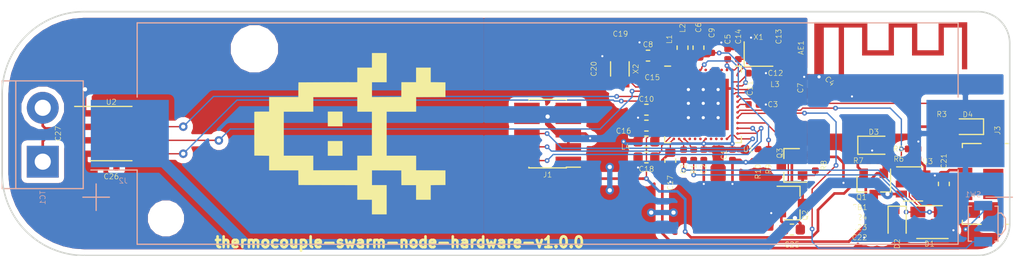
<source format=kicad_pcb>
(kicad_pcb (version 20171130) (host pcbnew 5.0.2-bee76a0~70~ubuntu18.04.1)
  (title_block (title "Sensor Board") (company "TU Wien"))
  (layers (0 F.Cu signal) (31 B.Cu signal) (34 B.Paste user hide) (35 F.Paste user hide) (36 B.SilkS user) (37 F.SilkS user) (38 B.Mask user hide) (39 F.Mask user hide) (44 Edge.Cuts user))
  (net 0 "")
  (net 1 VCC)
  (net 2 "Net-(D1-Pad2)")
  (net 3 /SWDCLK)
  (net 4 /SWDIO)
  (net 5 /D-)
  (net 6 /D+)
  (net 7 "Net-(L1-Pad2)")
  (net 8 /SWO)
  (net 9 GND)
  (net 10 LINE)
  (net 11 "Net-(D1-Pad3)")
  (net 12 /DEC5)
  (net 13 /DEC4)
  (net 14 /ANT)
  (net 15 /DEC3)
  (net 16 /DEC1)
  (net 17 /XC1)
  (net 18 /XC2)
  (net 19 /DECUSB)
  (net 20 /XL1)
  (net 21 /XL2)
  (net 22 /DCC)
  (net 23 /DCCH)
  (net 24 VBUS)
  (net 25 +BATT)
  (net 26 "Net-(Q2-Pad3)")
  (net 27 "Net-(Q3-Pad3)")
  (net 28 "Net-(AE1-Pad1)")
  (net 29 /BATT_V_EN)
  (net 30 /BATT_V)
  (net 31 "Net-(D2-Pad1)")
  (net 32 "Net-(J3-Pad6)")
  (net 33 /BATT_CHRG_EN)
  (net 34 "Net-(SW1-Pad1)")
  (net 35 /LED)
  (net 36 "Net-(D4-Pad2)")
  (net 37 /thermocouple-swarm-node-hardware-components/V_USB)
  (net 38 "Net-(C27-Pad2)")
  (net 39 "Net-(C27-Pad1)")
  (net 40 "Net-(R6-Pad1)")
  (net 41 /~TC_CS)
  (net 42 /MISO)
  (net 43 /SCK)
  (module Battery:BatteryHolder_Keystone_1042_1x18650 (layer B.Cu) (at 136.5 98)
    (fp_text reference J2 (at -39.95 4.45) (layer B.SilkS) (effects (font (size 0.5 0.5) (thickness 0.05)) (justify mirror)))
    (fp_text value BATT_CONN)
    (pad 1 smd rect (at -39.33 0) (size 7.34 6.35) (layers B.Cu B.Paste B.Mask) (net 25 +BATT))
    (pad 2 smd rect (at 39.33 0) (size 7.34 6.35) (layers B.Cu B.Paste B.Mask) (net 9 GND))
    (pad "" np_thru_hole circle (at 27.6 8) (size 3.45 3.45) (drill 3.45) (layers *.Cu *.Mask))
    (pad "" np_thru_hole circle (at -27.6 -8) (size 3.45 3.45) (drill 3.45) (layers *.Cu *.Mask))
    (pad "" np_thru_hole circle (at -35.93 8) (size 2.39 2.39) (drill 2.39) (layers *.Cu *.Mask))
  )
  (module Connector_PinHeader_1.27mm:PinHeader_2x05_P1.27mm_Vertical_SMD (layer F.Cu) (at 136.5 98 180)
    (fp_text reference J1 (at 0 -3.88 180) (layer F.SilkS) (effects (font (size 0.5 0.5) (thickness 0.05))))
    (fp_text value Conn_ARM_JTAG_SWD_10)
    (pad 1 smd rect (at -1.95 -2.54 180) (size 2.4 0.74) (layers F.Cu F.Paste F.Mask) (net 10 LINE))
    (pad 2 smd rect (at 1.95 -2.54 180) (size 2.4 0.74) (layers F.Cu F.Paste F.Mask) (net 4 /SWDIO))
    (pad 3 smd rect (at -1.95 -1.27 180) (size 2.4 0.74) (layers F.Cu F.Paste F.Mask) (net 9 GND))
    (pad 4 smd rect (at 1.95 -1.27 180) (size 2.4 0.74) (layers F.Cu F.Paste F.Mask) (net 3 /SWDCLK))
    (pad 5 smd rect (at -1.95 0 180) (size 2.4 0.74) (layers F.Cu F.Paste F.Mask) (net 9 GND))
    (pad 6 smd rect (at 1.95 0 180) (size 2.4 0.74) (layers F.Cu F.Paste F.Mask) (net 8 /SWO))
    (pad 7 smd rect (at -1.95 1.27 180) (size 2.4 0.74) (layers F.Cu F.Paste F.Mask))
    (pad 8 smd rect (at 1.95 1.27 180) (size 2.4 0.74) (layers F.Cu F.Paste F.Mask))
    (pad 9 smd rect (at -1.95 2.54 180) (size 2.4 0.74) (layers F.Cu F.Paste F.Mask) (net 9 GND))
    (pad 10 smd rect (at 1.95 2.54 180) (size 2.4 0.74) (layers F.Cu F.Paste F.Mask))
  )
  (module Connector_USB:USB_Micro-B_Molex_47346-0001 (layer F.Cu) (at 177.25 102.75 90)
    (fp_text reference J3 (at 5.05 1.6 270) (layer F.SilkS) (effects (font (size 0.5 0.5) (thickness 0.05))))
    (fp_text value USB_B_Micro)
    (pad 1 smd rect (at -1.3 -1.46 90) (size 0.45 1.38) (layers F.Cu F.Paste F.Mask) (net 37 /thermocouple-swarm-node-hardware-components/V_USB))
    (pad 2 smd rect (at -0.65 -1.46 90) (size 0.45 1.38) (layers F.Cu F.Paste F.Mask) (net 2 "Net-(D1-Pad2)"))
    (pad 3 smd rect (at 0 -1.46 90) (size 0.45 1.38) (layers F.Cu F.Paste F.Mask) (net 11 "Net-(D1-Pad3)"))
    (pad 4 smd rect (at 0.65 -1.46 90) (size 0.45 1.38) (layers F.Cu F.Paste F.Mask))
    (pad 5 smd rect (at 1.3 -1.46 90) (size 0.45 1.38) (layers F.Cu F.Paste F.Mask) (net 9 GND))
    (pad 6 smd rect (at -2.4625 -1.1 90) (size 1.475 2.1) (layers F.Cu F.Paste F.Mask) (net 32 "Net-(J3-Pad6)"))
    (pad 6 smd rect (at 2.4625 -1.1 90) (size 1.475 2.1) (layers F.Cu F.Paste F.Mask) (net 32 "Net-(J3-Pad6)"))
    (pad 6 smd rect (at -2.91 1.2 90) (size 2.375 1.9) (layers F.Cu F.Paste F.Mask) (net 32 "Net-(J3-Pad6)"))
    (pad 6 smd rect (at 2.91 1.2 90) (size 2.375 1.9) (layers F.Cu F.Paste F.Mask) (net 32 "Net-(J3-Pad6)"))
    (pad 6 smd rect (at -0.84 1.2 90) (size 1.175 1.9) (layers F.Cu F.Paste F.Mask) (net 32 "Net-(J3-Pad6)"))
    (pad 6 smd rect (at 0.84 1.2 90) (size 1.175 1.9) (layers F.Cu F.Paste F.Mask) (net 32 "Net-(J3-Pad6)"))
  )
  (module Package_DFN_QFN:Nordic_AQFN-73-1EP_7x7mm_P0.5mm (layer F.Cu) (at 151.13 95.25)
    (fp_text reference U1 (at 4.27 4.25) (layer F.SilkS) (effects (font (size 0.5 0.5) (thickness 0.05))))
    (fp_text value nRF52840)
    (pad AC24 smd circle (at 3.25 2.75 180) (size 0.25 0.25) (layers F.Cu F.Paste F.Mask) (net 4 /SWDIO))
    (pad AA24 smd circle (at 3.25 2.25 180) (size 0.25 0.25) (layers F.Cu F.Paste F.Mask) (net 3 /SWDCLK))
    (pad W24 smd circle (at 3.25 1.75 180) (size 0.25 0.25) (layers F.Cu F.Paste F.Mask) (net 29 /BATT_V_EN))
    (pad U24 smd circle (at 3.25 1.25 180) (size 0.25 0.25) (layers F.Cu F.Paste F.Mask) (net 34 "Net-(SW1-Pad1)"))
    (pad R24 smd circle (at 3.25 0.75 180) (size 0.25 0.25) (layers F.Cu F.Paste F.Mask) (net 33 /BATT_CHRG_EN))
    (pad N24 smd circle (at 3.25 0.25 180) (size 0.25 0.25) (layers F.Cu F.Paste F.Mask) (net 12 /DEC5))
    (pad L24 smd circle (at 3.25 -0.25 180) (size 0.25 0.25) (layers F.Cu F.Paste F.Mask) (net 35 /LED))
    (pad J24 smd circle (at 3.25 -0.75 180) (size 0.25 0.25) (layers F.Cu F.Paste F.Mask))
    (pad E24 smd circle (at 3.25 -1.75 180) (size 0.25 0.25) (layers F.Cu F.Paste F.Mask) (net 13 /DEC4))
    (pad Y23 smd circle (at 2.75 2 180) (size 0.25 0.25) (layers F.Cu F.Paste F.Mask))
    (pad V23 smd circle (at 2.75 1.5 180) (size 0.25 0.25) (layers F.Cu F.Paste F.Mask))
    (pad T23 smd circle (at 2.75 1 180) (size 0.25 0.25) (layers F.Cu F.Paste F.Mask))
    (pad P23 smd circle (at 2.75 0.5 180) (size 0.25 0.25) (layers F.Cu F.Paste F.Mask))
    (pad H23 smd circle (at 2.75 -1 180) (size 0.25 0.25) (layers F.Cu F.Paste F.Mask) (net 14 /ANT))
    (pad F23 smd circle (at 2.75 -1.5 180) (size 0.25 0.25) (layers F.Cu F.Paste F.Mask) (net 9 GND))
    (pad A23 smd circle (at 2.75 -3.25 180) (size 0.25 0.25) (layers F.Cu F.Paste F.Mask) (net 18 /XC2))
    (pad A22 smd circle (at 2.25 -3.25 180) (size 0.25 0.25) (layers F.Cu F.Paste F.Mask) (net 1 VCC))
    (pad A20 smd circle (at 1.75 -3.25 180) (size 0.25 0.25) (layers F.Cu F.Paste F.Mask))
    (pad A18 smd circle (at 1.25 -3.25 180) (size 0.25 0.25) (layers F.Cu F.Paste F.Mask))
    (pad A16 smd circle (at 0.75 -3.25 180) (size 0.25 0.25) (layers F.Cu F.Paste F.Mask))
    (pad A14 smd circle (at 0.25 -3.25 180) (size 0.25 0.25) (layers F.Cu F.Paste F.Mask))
    (pad A12 smd circle (at -0.25 -3.25 180) (size 0.25 0.25) (layers F.Cu F.Paste F.Mask) (net 30 /BATT_V))
    (pad A10 smd circle (at -0.75 -3.25 180) (size 0.25 0.25) (layers F.Cu F.Paste F.Mask))
    (pad B19 smd circle (at 1.5 -2.75 180) (size 0.25 0.25) (layers F.Cu F.Paste F.Mask))
    (pad B17 smd circle (at 1 -2.75 180) (size 0.25 0.25) (layers F.Cu F.Paste F.Mask))
    (pad B15 smd circle (at 0.5 -2.75 180) (size 0.25 0.25) (layers F.Cu F.Paste F.Mask))
    (pad B13 smd circle (at 0 -2.75 180) (size 0.25 0.25) (layers F.Cu F.Paste F.Mask))
    (pad B11 smd circle (at -0.5 -2.75 180) (size 0.25 0.25) (layers F.Cu F.Paste F.Mask))
    (pad B9 smd circle (at -1 -2.75 180) (size 0.25 0.25) (layers F.Cu F.Paste F.Mask))
    (pad B7 smd circle (at -1.5 -2.75 180) (size 0.25 0.25) (layers F.Cu F.Paste F.Mask) (net 9 GND))
    (pad B5 smd circle (at -2 -2.75 180) (size 0.25 0.25) (layers F.Cu F.Paste F.Mask) (net 13 /DEC4))
    (pad AC5 smd circle (at -2 2.75 180) (size 0.25 0.25) (layers F.Cu F.Paste F.Mask) (net 19 /DECUSB))
    (pad AC9 smd circle (at -1 2.75 180) (size 0.25 0.25) (layers F.Cu F.Paste F.Mask))
    (pad AC11 smd circle (at -0.5 2.75 180) (size 0.25 0.25) (layers F.Cu F.Paste F.Mask))
    (pad AC13 smd circle (at 0 2.75 180) (size 0.25 0.25) (layers F.Cu F.Paste F.Mask))
    (pad AC15 smd circle (at 0.5 2.75 180) (size 0.25 0.25) (layers F.Cu F.Paste F.Mask))
    (pad AC17 smd circle (at 1 2.75 180) (size 0.25 0.25) (layers F.Cu F.Paste F.Mask))
    (pad AC19 smd circle (at 1.5 2.75 180) (size 0.25 0.25) (layers F.Cu F.Paste F.Mask))
    (pad AD22 smd circle (at 2.25 3.25 180) (size 0.25 0.25) (layers F.Cu F.Paste F.Mask) (net 8 /SWO))
    (pad AD20 smd circle (at 1.75 3.25 180) (size 0.25 0.25) (layers F.Cu F.Paste F.Mask))
    (pad AD18 smd circle (at 1.25 3.25 180) (size 0.25 0.25) (layers F.Cu F.Paste F.Mask))
    (pad AD16 smd circle (at 0.75 3.25 180) (size 0.25 0.25) (layers F.Cu F.Paste F.Mask))
    (pad AD14 smd circle (at 0.25 3.25 180) (size 0.25 0.25) (layers F.Cu F.Paste F.Mask) (net 1 VCC))
    (pad AD12 smd circle (at -0.25 3.25 180) (size 0.25 0.25) (layers F.Cu F.Paste F.Mask))
    (pad AD10 smd circle (at -0.75 3.25 180) (size 0.25 0.25) (layers F.Cu F.Paste F.Mask))
    (pad AD8 smd circle (at -1.25 3.25 180) (size 0.25 0.25) (layers F.Cu F.Paste F.Mask))
    (pad AD6 smd circle (at -1.75 3.25 180) (size 0.25 0.25) (layers F.Cu F.Paste F.Mask) (net 6 /D+))
    (pad AD4 smd circle (at -2.25 3.25 180) (size 0.25 0.25) (layers F.Cu F.Paste F.Mask) (net 5 /D-))
    (pad B1 smd circle (at -3.25 -2.75 180) (size 0.25 0.25) (layers F.Cu F.Paste F.Mask) (net 1 VCC))
    (pad D2 smd circle (at -2.75 -2 180) (size 0.25 0.25) (layers F.Cu F.Paste F.Mask) (net 20 /XL1))
    (pad C1 smd circle (at -3.25 -2.25 180) (size 0.25 0.25) (layers F.Cu F.Paste F.Mask) (net 16 /DEC1))
    (pad F2 smd circle (at -2.75 -1.5 180) (size 0.25 0.25) (layers F.Cu F.Paste F.Mask) (net 21 /XL2))
    (pad H2 smd circle (at -2.75 -1 180) (size 0.25 0.25) (layers F.Cu F.Paste F.Mask))
    (pad K2 smd circle (at -2.75 -0.5 180) (size 0.25 0.25) (layers F.Cu F.Paste F.Mask))
    (pad M2 smd circle (at -2.75 0 180) (size 0.25 0.25) (layers F.Cu F.Paste F.Mask))
    (pad P2 smd circle (at -2.75 0.5 180) (size 0.25 0.25) (layers F.Cu F.Paste F.Mask))
    (pad T2 smd circle (at -2.75 1 180) (size 0.25 0.25) (layers F.Cu F.Paste F.Mask))
    (pad G1 smd circle (at -3.25 -1.25 180) (size 0.25 0.25) (layers F.Cu F.Paste F.Mask) (net 41 /~TC_CS))
    (pad J1 smd circle (at -3.25 -0.75 180) (size 0.25 0.25) (layers F.Cu F.Paste F.Mask))
    (pad L1 smd circle (at -3.25 -0.25 180) (size 0.25 0.25) (layers F.Cu F.Paste F.Mask) (net 42 /MISO))
    (pad N1 smd circle (at -3.25 0.25 180) (size 0.25 0.25) (layers F.Cu F.Paste F.Mask) (net 43 /SCK))
    (pad R1 smd circle (at -3.25 0.75 180) (size 0.25 0.25) (layers F.Cu F.Paste F.Mask))
    (pad U1 smd circle (at -3.25 1.25 180) (size 0.25 0.25) (layers F.Cu F.Paste F.Mask))
    (pad W1 smd circle (at -3.25 1.75 180) (size 0.25 0.25) (layers F.Cu F.Paste F.Mask) (net 1 VCC))
    (pad Y2 smd circle (at -2.75 2 180) (size 0.25 0.25) (layers F.Cu F.Paste F.Mask) (net 10 LINE))
    (pad AB2 smd circle (at -2.75 2.5 180) (size 0.25 0.25) (layers F.Cu F.Paste F.Mask) (net 23 /DCCH))
    (pad AD2 smd circle (at -2.75 3.25 180) (size 0.25 0.25) (layers F.Cu F.Paste F.Mask) (net 24 VBUS))
    (pad AD23 smd circle (at 2.75 3.25 180) (size 0.25 0.25) (layers F.Cu F.Paste F.Mask) (net 1 VCC))
    (pad AC21 smd circle (at 2 2.75 180) (size 0.25 0.25) (layers F.Cu F.Paste F.Mask))
    (pad B3 smd circle (at -2.5 -2.75 180) (size 0.25 0.25) (layers F.Cu F.Paste F.Mask) (net 22 /DCC))
    (pad A8 smd circle (at -1.25 -3.25 180) (size 0.25 0.25) (layers F.Cu F.Paste F.Mask))
    (pad D23 smd circle (at 2.75 -2 180) (size 0.25 0.25) (layers F.Cu F.Paste F.Mask) (net 15 /DEC3))
    (pad B24 smd circle (at 3.25 -2.75 180) (size 0.25 0.25) (layers F.Cu F.Paste F.Mask) (net 17 /XC1))
    (pad EP smd rect (at 0 0 180) (size 4.85 4.85) (layers F.Cu F.Mask) (net 9 GND))
  )
  (module Diode_SMD:D_SOD-323 (layer F.Cu) (at 167.2 99.1)
    (fp_text reference D3 (at 0 -1.25) (layer F.SilkS) (effects (font (size 0.5 0.5) (thickness 0.05))))
    (fp_text value BAT20J)
    (pad 2 smd rect (at 1.05 0) (size 0.6 0.45) (layers F.Cu F.Paste F.Mask) (net 24 VBUS))
    (pad 1 smd rect (at -1.05 0) (size 0.6 0.45) (layers F.Cu F.Paste F.Mask) (net 10 LINE))
  )
  (module Capacitor_SMD:C_0402_1005Metric (layer F.Cu) (at 167.5 106.85 180)
    (fp_text reference C23 (at 1.65 0 180) (layer F.SilkS) (effects (font (size 0.5 0.5) (thickness 0.05))))
    (fp_text value 10n)
    (pad 2 smd roundrect (at 0.485 0 180) (size 0.59 0.64) (layers F.Cu F.Paste F.Mask) (net 9 GND))
    (pad 1 smd roundrect (at -0.485 0 180) (size 0.59 0.64) (layers F.Cu F.Paste F.Mask) (net 37 /thermocouple-swarm-node-hardware-components/V_USB))
  )
  (module Capacitor_SMD:C_0402_1005Metric (layer F.Cu) (at 167.5 107.8 180)
    (fp_text reference C22 (at 1.635 0 180) (layer F.SilkS) (effects (font (size 0.5 0.5) (thickness 0.05))))
    (fp_text value 100n)
    (pad 2 smd roundrect (at 0.485 0 180) (size 0.59 0.64) (layers F.Cu F.Paste F.Mask) (net 9 GND))
    (pad 1 smd roundrect (at -0.485 0 180) (size 0.59 0.64) (layers F.Cu F.Paste F.Mask) (net 37 /thermocouple-swarm-node-hardware-components/V_USB))
  )
  (module Capacitor_SMD:C_0402_1005Metric (layer F.Cu) (at 155.9 92.3)
    (fp_text reference C12 (at 2.05 0 180) (layer F.SilkS) (effects (font (size 0.5 0.5) (thickness 0.05))))
    (fp_text value 100p)
    (pad 1 smd roundrect (at -0.485 0) (size 0.59 0.64) (layers F.Cu F.Paste F.Mask) (net 15 /DEC3))
    (pad 2 smd roundrect (at 0.485 0) (size 0.59 0.64) (layers F.Cu F.Paste F.Mask) (net 9 GND))
  )
  (module Package_TO_SOT_SMD:SOT-143 (layer F.Cu) (at 172.45 106.35 180)
    (fp_text reference D1 (at 0 -2.05 180) (layer F.SilkS) (effects (font (size 0.5 0.5) (thickness 0.05))))
    (fp_text value PRTR5V0U2X)
    (pad 1 smd rect (at -1.1 -0.77 90) (size 1.2 1.4) (layers F.Cu F.Paste F.Mask) (net 9 GND))
    (pad 2 smd rect (at -1.1 0.95 90) (size 1 1.4) (layers F.Cu F.Paste F.Mask) (net 2 "Net-(D1-Pad2)"))
    (pad 3 smd rect (at 1.1 0.95 90) (size 1 1.4) (layers F.Cu F.Paste F.Mask) (net 11 "Net-(D1-Pad3)"))
    (pad 4 smd rect (at 1.1 -0.95 90) (size 1 1.4) (layers F.Cu F.Paste F.Mask) (net 37 /thermocouple-swarm-node-hardware-components/V_USB))
  )
  (module Capacitor_SMD:C_0402_1005Metric (layer F.Cu) (at 141.65 91.9 270)
    (fp_text reference C20 (at 0 0.8 270) (layer F.SilkS) (effects (font (size 0.5 0.5) (thickness 0.05))))
    (fp_text value 12p)
    (pad 1 smd roundrect (at -0.485 0 270) (size 0.59 0.64) (layers F.Cu F.Paste F.Mask) (net 9 GND))
    (pad 2 smd roundrect (at 0.485 0 270) (size 0.59 0.64) (layers F.Cu F.Paste F.Mask) (net 21 /XL2))
  )
  (module Capacitor_SMD:C_0402_1005Metric (layer F.Cu) (at 155.9 95.25)
    (fp_text reference C3 (at 1.8 0) (layer F.SilkS) (effects (font (size 0.5 0.5) (thickness 0.05))))
    (fp_text value 820p)
    (pad 2 smd roundrect (at 0.485 0) (size 0.59 0.64) (layers F.Cu F.Paste F.Mask) (net 9 GND))
    (pad 1 smd roundrect (at -0.485 0) (size 0.59 0.64) (layers F.Cu F.Paste F.Mask) (net 12 /DEC5))
  )
  (module Capacitor_SMD:C_0402_1005Metric (layer F.Cu) (at 159.45 93.715 90)
    (fp_text reference C7 (at 0.015 0.85 90) (layer F.SilkS) (effects (font (size 0.5 0.5) (thickness 0.05))))
    (fp_text value 0.5p)
    (pad 2 smd roundrect (at 0.485 0 90) (size 0.59 0.64) (layers F.Cu F.Paste F.Mask) (net 9 GND))
    (pad 1 smd roundrect (at -0.485 0 90) (size 0.59 0.64) (layers F.Cu F.Paste F.Mask) (net 28 "Net-(AE1-Pad1)"))
  )
  (module Capacitor_SMD:C_0402_1005Metric (layer F.Cu) (at 151.95 89.9 90)
    (fp_text reference C9 (at 1.4 0 90) (layer F.SilkS) (effects (font (size 0.5 0.5) (thickness 0.05))))
    (fp_text value 47n)
    (pad 2 smd roundrect (at 0.485 0 90) (size 0.59 0.64) (layers F.Cu F.Paste F.Mask) (net 9 GND))
    (pad 1 smd roundrect (at -0.485 0 90) (size 0.59 0.64) (layers F.Cu F.Paste F.Mask) (net 13 /DEC4))
  )
  (module Capacitor_SMD:C_0402_1005Metric (layer F.Cu) (at 156.35 93.715 90)
    (fp_text reference C11 (at 0 -0.8 90) (layer F.SilkS) (effects (font (size 0.5 0.5) (thickness 0.05))))
    (fp_text value 0.8p)
    (pad 2 smd roundrect (at 0.485 0 90) (size 0.59 0.64) (layers F.Cu F.Paste F.Mask) (net 9 GND))
    (pad 1 smd roundrect (at -0.485 0 90) (size 0.59 0.64) (layers F.Cu F.Paste F.Mask) (net 14 /ANT))
  )
  (module Capacitor_SMD:C_0402_1005Metric (layer F.Cu) (at 158.25 90.5 90)
    (fp_text reference C13 (at 1.65 0 90) (layer F.SilkS) (effects (font (size 0.5 0.5) (thickness 0.05))))
    (fp_text value 12p)
    (pad 2 smd roundrect (at 0.485 0 90) (size 0.59 0.64) (layers F.Cu F.Paste F.Mask) (net 17 /XC1))
    (pad 1 smd roundrect (at -0.485 0 90) (size 0.59 0.64) (layers F.Cu F.Paste F.Mask) (net 9 GND))
  )
  (module Capacitor_SMD:C_0402_1005Metric (layer F.Cu) (at 154.45 90.5 270)
    (fp_text reference C14 (at -1.65 0 90) (layer F.SilkS) (effects (font (size 0.5 0.5) (thickness 0.05))))
    (fp_text value 12p)
    (pad 1 smd roundrect (at -0.485 0 270) (size 0.59 0.64) (layers F.Cu F.Paste F.Mask) (net 9 GND))
    (pad 2 smd roundrect (at 0.485 0 270) (size 0.59 0.64) (layers F.Cu F.Paste F.Mask) (net 18 /XC2))
  )
  (module Capacitor_SMD:C_0402_1005Metric (layer F.Cu) (at 146.35 91.9 180)
    (fp_text reference C15 (at 0 -0.8) (layer F.SilkS) (effects (font (size 0.5 0.5) (thickness 0.05))))
    (fp_text value 100n)
    (pad 1 smd roundrect (at -0.485 0 180) (size 0.59 0.64) (layers F.Cu F.Paste F.Mask) (net 16 /DEC1))
    (pad 2 smd roundrect (at 0.485 0 180) (size 0.59 0.64) (layers F.Cu F.Paste F.Mask) (net 9 GND))
  )
  (module Capacitor_SMD:C_0402_1005Metric (layer F.Cu) (at 143.35 89.4 180)
    (fp_text reference C19 (at 0 0.8 180) (layer F.SilkS) (effects (font (size 0.5 0.5) (thickness 0.05))))
    (fp_text value 12p)
    (pad 2 smd roundrect (at 0.485 0 180) (size 0.59 0.64) (layers F.Cu F.Paste F.Mask) (net 20 /XL1))
    (pad 1 smd roundrect (at -0.485 0 180) (size 0.59 0.64) (layers F.Cu F.Paste F.Mask) (net 9 GND))
  )
  (module Inductor_SMD:L_0603_1608Metric (layer F.Cu) (at 149.2 89.9 270)
    (fp_text reference L2 (at -1.85 0 270) (layer F.SilkS) (effects (font (size 0.5 0.5) (thickness 0.05))))
    (fp_text value 10u)
    (pad 1 smd roundrect (at -0.7875 0 270) (size 0.875 0.95) (layers F.Cu F.Paste F.Mask) (net 7 "Net-(L1-Pad2)"))
    (pad 2 smd roundrect (at 0.7875 0 270) (size 0.875 0.95) (layers F.Cu F.Paste F.Mask) (net 13 /DEC4))
  )
  (module Inductor_SMD:L_0603_1608Metric (layer F.Cu) (at 145.8 98.75)
    (fp_text reference L4 (at -1.95 0.5 180) (layer F.SilkS) (effects (font (size 0.5 0.5) (thickness 0.05))))
    (fp_text value 10u)
    (pad 2 smd roundrect (at 0.7875 0) (size 0.875 0.95) (layers F.Cu F.Paste F.Mask) (net 23 /DCCH))
    (pad 1 smd roundrect (at -0.7875 0) (size 0.875 0.95) (layers F.Cu F.Paste F.Mask) (net 1 VCC))
  )
  (module Capacitor_SMD:C_0402_1005Metric (layer F.Cu) (at 167.5 105.9 180)
    (fp_text reference C24 (at 1.635 0 180) (layer F.SilkS) (effects (font (size 0.5 0.5) (thickness 0.05))))
    (fp_text value 100n)
    (pad 1 smd roundrect (at -0.485 0 180) (size 0.59 0.64) (layers F.Cu F.Paste F.Mask) (net 24 VBUS))
    (pad 2 smd roundrect (at 0.485 0 180) (size 0.59 0.64) (layers F.Cu F.Paste F.Mask) (net 9 GND))
  )
  (module Capacitor_SMD:C_0402_1005Metric (layer F.Cu) (at 153.9 100 270)
    (fp_text reference C1 (at 0 0.8 270) (layer F.SilkS) (effects (font (size 0.5 0.5) (thickness 0.05))))
    (fp_text value 100n)
    (pad 2 smd roundrect (at 0.485 0 270) (size 0.59 0.64) (layers F.Cu F.Paste F.Mask) (net 9 GND))
    (pad 1 smd roundrect (at -0.485 0 270) (size 0.59 0.64) (layers F.Cu F.Paste F.Mask) (net 1 VCC))
  )
  (module Capacitor_SMD:C_0402_1005Metric (layer F.Cu) (at 151.2 100 270)
    (fp_text reference C2 (at 1.35 0 90) (layer F.SilkS) (effects (font (size 0.5 0.5) (thickness 0.05))))
    (fp_text value 100n)
    (pad 1 smd roundrect (at -0.485 0 270) (size 0.59 0.64) (layers F.Cu F.Paste F.Mask) (net 1 VCC))
    (pad 2 smd roundrect (at 0.485 0 270) (size 0.59 0.64) (layers F.Cu F.Paste F.Mask) (net 9 GND))
  )
  (module Capacitor_SMD:C_0402_1005Metric (layer F.Cu) (at 153.45 90.5 90)
    (fp_text reference C5 (at 1.4 0 90) (layer F.SilkS) (effects (font (size 0.5 0.5) (thickness 0.05))))
    (fp_text value 100n)
    (pad 2 smd roundrect (at 0.485 0 90) (size 0.59 0.64) (layers F.Cu F.Paste F.Mask) (net 9 GND))
    (pad 1 smd roundrect (at -0.485 0 90) (size 0.59 0.64) (layers F.Cu F.Paste F.Mask) (net 1 VCC))
  )
  (module Inductor_SMD:L_0402_1005Metric (layer F.Cu) (at 167.5 104.95)
    (fp_text reference FB1 (at -1.6 0) (layer F.SilkS) (effects (font (size 0.5 0.5) (thickness 0.05))))
    (fp_text value 120R/0,55A)
    (pad 1 smd roundrect (at -0.485 0) (size 0.59 0.64) (layers F.Cu F.Paste F.Mask) (net 24 VBUS))
    (pad 2 smd roundrect (at 0.485 0) (size 0.59 0.64) (layers F.Cu F.Paste F.Mask) (net 31 "Net-(D2-Pad1)"))
  )
  (module Capacitor_SMD:C_0402_1005Metric (layer F.Cu) (at 164.15 94.15 315)
    (fp_text reference C4 (at -1.55 0 315) (layer F.SilkS) (effects (font (size 0.5 0.5) (thickness 0.05))))
    (fp_text value N.C.)
    (pad 1 smd roundrect (at -0.485 0 315) (size 0.59 0.64) (layers F.Cu F.Paste F.Mask) (net 28 "Net-(AE1-Pad1)"))
    (pad 2 smd roundrect (at 0.485 0 315) (size 0.59 0.64) (layers F.Cu F.Paste F.Mask) (net 9 GND))
  )
  (module Diode_SMD:D_SOD-323 (layer F.Cu) (at 169.4 106.35 270)
    (fp_text reference D2 (at 2.05 0 270) (layer F.SilkS) (effects (font (size 0.5 0.5) (thickness 0.05))))
    (fp_text value BAT20J)
    (pad 1 smd rect (at -1.05 0 270) (size 0.6 0.45) (layers F.Cu F.Paste F.Mask) (net 31 "Net-(D2-Pad1)"))
    (pad 2 smd rect (at 1.05 0 270) (size 0.6 0.45) (layers F.Cu F.Paste F.Mask) (net 37 /thermocouple-swarm-node-hardware-components/V_USB))
  )
  (module Package_TO_SOT_SMD:SOT-23 (layer F.Cu) (at 167.2 102.75 270)
    (fp_text reference Q1 (at 1.25 1.15) (layer F.SilkS) (effects (font (size 0.5 0.5) (thickness 0.05))))
    (fp_text value DMP3099L-13)
    (pad 1 smd rect (at -1 -0.95 270) (size 0.9 0.8) (layers F.Cu F.Paste F.Mask) (net 24 VBUS))
    (pad 2 smd rect (at -1 0.95 270) (size 0.9 0.8) (layers F.Cu F.Paste F.Mask) (net 10 LINE))
    (pad 3 smd rect (at 1 0 270) (size 0.9 0.8) (layers F.Cu F.Paste F.Mask) (net 25 +BATT))
  )
  (module Package_TO_SOT_SMD:SOT-23 (layer F.Cu) (at 159.5 104.55)
    (fp_text reference Q2 (at 1.25 1.15 90) (layer F.SilkS) (effects (font (size 0.5 0.5) (thickness 0.05))))
    (fp_text value Q_NMOS_GSD)
    (pad 1 smd rect (at -1 -0.95) (size 0.9 0.8) (layers F.Cu F.Paste F.Mask) (net 29 /BATT_V_EN))
    (pad 2 smd rect (at -1 0.95) (size 0.9 0.8) (layers F.Cu F.Paste F.Mask) (net 9 GND))
    (pad 3 smd rect (at 1 0) (size 0.9 0.8) (layers F.Cu F.Paste F.Mask) (net 26 "Net-(Q2-Pad3)"))
  )
  (module Package_TO_SOT_SMD:SOT-23 (layer F.Cu) (at 159.5 101 180)
    (fp_text reference Q3 (at 1.15 1.15 270) (layer F.SilkS) (effects (font (size 0.5 0.5) (thickness 0.05))))
    (fp_text value DMP3099L-13)
    (pad 3 smd rect (at 1 0 180) (size 0.9 0.8) (layers F.Cu F.Paste F.Mask) (net 27 "Net-(Q3-Pad3)"))
    (pad 2 smd rect (at -1 0.95 180) (size 0.9 0.8) (layers F.Cu F.Paste F.Mask) (net 25 +BATT))
    (pad 1 smd rect (at -1 -0.95 180) (size 0.9 0.8) (layers F.Cu F.Paste F.Mask) (net 26 "Net-(Q2-Pad3)"))
  )
  (module Resistor_SMD:R_0402_1005Metric (layer F.Cu) (at 170.9 99.45)
    (fp_text reference R5 (at -1.4 0) (layer F.SilkS) (effects (font (size 0.5 0.5) (thickness 0.05))))
    (fp_text value 10k)
    (pad 1 smd roundrect (at -0.485 0) (size 0.59 0.64) (layers F.Cu F.Paste F.Mask) (net 33 /BATT_CHRG_EN))
    (pad 2 smd roundrect (at 0.485 0) (size 0.59 0.64) (layers F.Cu F.Paste F.Mask) (net 9 GND))
  )
  (module Resistor_SMD:R_0402_1005Metric (layer F.Cu) (at 167.2 100.55)
    (fp_text reference R7 (at -1.45 0) (layer F.SilkS) (effects (font (size 0.5 0.5) (thickness 0.05))))
    (fp_text value 10k)
    (pad 2 smd roundrect (at 0.485 0) (size 0.59 0.64) (layers F.Cu F.Paste F.Mask) (net 24 VBUS))
    (pad 1 smd roundrect (at -0.485 0) (size 0.59 0.64) (layers F.Cu F.Paste F.Mask) (net 9 GND))
  )
  (module RF_Antenna:Texas_SWRA117D_2.4GHz_Right (layer F.Cu) (at 164.15 92.65)
    (fp_text reference AE1 (at -3.8 -2.75 -270) (layer F.SilkS) (effects (font (size 0.5 0.5) (thickness 0.05))))
    (fp_text value Antenna_Shield)
    (fp_poly (pts (xy 2.45 -2.51) (xy 4.45 -2.51) (xy 4.45 -5.15) (xy 7.15 -5.15) (xy 7.15 -2.51) (xy 9.15 -2.51) (xy 9.15 -5.15) (xy 11.85 -5.15) (xy 11.85 -0.71) (xy 11.35 -0.71) (xy 11.35 -4.65) (xy 9.65 -4.65) (xy 9.65 -2.01) (xy 6.65 -2.01) (xy 6.65 -4.65) (xy 4.95 -4.65) (xy 4.95 -2.01) (xy 1.95 -2.01) (xy 1.95 -4.65) (xy 0.25 -4.65) (xy 0.25 0.25) (xy -0.25 0.25) (xy -0.25 -4.65) (xy -1.65 -4.65) (xy -1.65 0.25) (xy -2.55 0.25) (xy -2.55 0.006785) (xy -2.247583 0.006785) (xy -2.237742 0.054395) (xy -2.213674 0.096797) (xy -2.175731 0.129581) (xy -2.167819 0.133935) (xy -2.125156 0.146043) (xy -2.076637 0.1453) (xy -2.031122 0.1324) (xy -2.012511 0.121787) (xy -1.978868 0.086553) (xy -1.958309 0.041368) (xy -1.951778 -0.008158) (xy -1.960218 -0.056417) (xy -1.977112 -0.088643) (xy -2.012372 -0.121313) (xy -2.057682 -0.141408) (xy -2.107267 -0.147982) (xy -2.155353 -0.140092) (xy -2.188245 -0.123186) (xy -2.223185 -0.086416) (xy -2.242847 -0.041622) (xy -2.247583 0.006785) (xy -2.55 0.006785) (xy -2.55 -5.15) (xy 2.45 -5.15) (xy 2.45 -2.51)) (layer F.Cu) (width 0))
    (pad 2 thru_hole rect (at -2.1 0) (size 0.9 0.5) (drill 0.3) (layers *.Cu) (net 9 GND))
    (pad 1 connect rect (at 0 0) (size 0.5 0.5) (layers F.Cu) (net 28 "Net-(AE1-Pad1)"))
  )
  (module Resistor_SMD:R_0402_1005Metric (layer F.Cu) (at 150.25 100 270)
    (fp_text reference R1 (at 1.35 0 270) (layer F.SilkS) (effects (font (size 0.5 0.5) (thickness 0.05))))
    (fp_text value 0)
    (pad 2 smd roundrect (at 0.485 0 270) (size 0.59 0.64) (layers F.Cu F.Paste F.Mask) (net 11 "Net-(D1-Pad3)"))
    (pad 1 smd roundrect (at -0.485 0 270) (size 0.59 0.64) (layers F.Cu F.Paste F.Mask) (net 6 /D+))
  )
  (module Resistor_SMD:R_0402_1005Metric (layer F.Cu) (at 149.3 100 90)
    (fp_text reference R2 (at -1.35 0 90) (layer F.SilkS) (effects (font (size 0.5 0.5) (thickness 0.05))))
    (fp_text value 0)
    (pad 1 smd roundrect (at -0.485 0 90) (size 0.59 0.64) (layers F.Cu F.Paste F.Mask) (net 2 "Net-(D1-Pad2)"))
    (pad 2 smd roundrect (at 0.485 0 90) (size 0.59 0.64) (layers F.Cu F.Paste F.Mask) (net 5 /D-))
  )
  (module Capacitor_SMD:C_0603_1608Metric (layer F.Cu) (at 150.7 89.9 90)
    (fp_text reference C6 (at 1.9 0 90) (layer F.SilkS) (effects (font (size 0.5 0.5) (thickness 0.05))))
    (fp_text value 1u)
    (pad 2 smd roundrect (at 0.7875 0 90) (size 0.875 0.95) (layers F.Cu F.Paste F.Mask) (net 9 GND))
    (pad 1 smd roundrect (at -0.7875 0 90) (size 0.875 0.95) (layers F.Cu F.Paste F.Mask) (net 13 /DEC4))
  )
  (module Capacitor_SMD:C_0603_1608Metric (layer F.Cu) (at 145.95 90.65 180)
    (fp_text reference C8 (at 0 1.05 180) (layer F.SilkS) (effects (font (size 0.5 0.5) (thickness 0.05))))
    (fp_text value 1u)
    (pad 2 smd roundrect (at 0.7875 0 180) (size 0.875 0.95) (layers F.Cu F.Paste F.Mask) (net 9 GND))
    (pad 1 smd roundrect (at -0.7875 0 180) (size 0.875 0.95) (layers F.Cu F.Paste F.Mask) (net 1 VCC))
  )
  (module Capacitor_SMD:C_0603_1608Metric (layer F.Cu) (at 145.8 95.75 180)
    (fp_text reference C10 (at 0 1 180) (layer F.SilkS) (effects (font (size 0.5 0.5) (thickness 0.05))))
    (fp_text value 4.7u)
    (pad 1 smd roundrect (at -0.7875 0 180) (size 0.875 0.95) (layers F.Cu F.Paste F.Mask) (net 1 VCC))
    (pad 2 smd roundrect (at 0.7875 0 180) (size 0.875 0.95) (layers F.Cu F.Paste F.Mask) (net 9 GND))
  )
  (module Capacitor_SMD:C_0603_1608Metric (layer F.Cu) (at 145.8 97.25 180)
    (fp_text reference C16 (at 2.15 -0.5 180) (layer F.SilkS) (effects (font (size 0.5 0.5) (thickness 0.05))))
    (fp_text value 4.7u)
    (pad 1 smd roundrect (at -0.7875 0 180) (size 0.875 0.95) (layers F.Cu F.Paste F.Mask) (net 10 LINE))
    (pad 2 smd roundrect (at 0.7875 0 180) (size 0.875 0.95) (layers F.Cu F.Paste F.Mask) (net 9 GND))
  )
  (module Capacitor_SMD:C_0603_1608Metric (layer F.Cu) (at 148.05 100.55 270)
    (fp_text reference C17 (at 2.1 0 270) (layer F.SilkS) (effects (font (size 0.5 0.5) (thickness 0.05))))
    (fp_text value 4.7u)
    (pad 2 smd roundrect (at 0.7875 0 270) (size 0.875 0.95) (layers F.Cu F.Paste F.Mask) (net 9 GND))
    (pad 1 smd roundrect (at -0.7875 0 270) (size 0.875 0.95) (layers F.Cu F.Paste F.Mask) (net 24 VBUS))
  )
  (module Capacitor_SMD:C_0603_1608Metric (layer F.Cu) (at 145.8 100.25 180)
    (fp_text reference C18 (at 0 -1.1 180) (layer F.SilkS) (effects (font (size 0.5 0.5) (thickness 0.05))))
    (fp_text value 4.7u)
    (pad 1 smd roundrect (at -0.7875 0 180) (size 0.875 0.95) (layers F.Cu F.Paste F.Mask) (net 19 /DECUSB))
    (pad 2 smd roundrect (at 0.7875 0 180) (size 0.875 0.95) (layers F.Cu F.Paste F.Mask) (net 9 GND))
  )
  (module Capacitor_SMD:C_0603_1608Metric (layer F.Cu) (at 173.8 102.75 90)
    (fp_text reference C21 (at 2.15 0 90) (layer F.SilkS) (effects (font (size 0.5 0.5) (thickness 0.05))))
    (fp_text value 10u)
    (pad 2 smd roundrect (at 0.7875 0 90) (size 0.875 0.95) (layers F.Cu F.Paste F.Mask) (net 9 GND))
    (pad 1 smd roundrect (at -0.7875 0 90) (size 0.875 0.95) (layers F.Cu F.Paste F.Mask) (net 37 /thermocouple-swarm-node-hardware-components/V_USB))
  )
  (module Inductor_SMD:L_0402_1005Metric (layer F.Cu) (at 147.95 90.45 90)
    (fp_text reference L1 (at 1.35 0 90) (layer F.SilkS) (effects (font (size 0.5 0.5) (thickness 0.05))))
    (fp_text value 15n)
    (pad 1 smd roundrect (at -0.485 0 90) (size 0.59 0.64) (layers F.Cu F.Paste F.Mask) (net 22 /DCC))
    (pad 2 smd roundrect (at 0.485 0 90) (size 0.59 0.64) (layers F.Cu F.Paste F.Mask) (net 7 "Net-(L1-Pad2)"))
  )
  (module Inductor_SMD:L_0402_1005Metric (layer F.Cu) (at 157.9 94.2 180)
    (fp_text reference L3 (at 0 0.85 180) (layer F.SilkS) (effects (font (size 0.5 0.5) (thickness 0.05))))
    (fp_text value "3.9n, 5%")
    (pad 2 smd roundrect (at 0.485 0 180) (size 0.59 0.64) (layers F.Cu F.Paste F.Mask) (net 14 /ANT))
    (pad 1 smd roundrect (at -0.485 0 180) (size 0.59 0.64) (layers F.Cu F.Paste F.Mask) (net 28 "Net-(AE1-Pad1)"))
  )
  (module Crystal:Crystal_SMD_2016-4Pin_2.0x1.6mm (layer F.Cu) (at 156.35 90.5)
    (fp_text reference X1 (at 0 -1.6) (layer F.SilkS) (effects (font (size 0.5 0.5) (thickness 0.05))))
    (fp_text value "32MHz, 8pF")
    (pad 1 smd rect (at -0.7 0.55) (size 0.9 0.8) (layers F.Cu F.Paste F.Mask) (net 18 /XC2))
    (pad 2 smd rect (at 0.7 0.55) (size 0.9 0.8) (layers F.Cu F.Paste F.Mask) (net 9 GND))
    (pad 3 smd rect (at 0.7 -0.55) (size 0.9 0.8) (layers F.Cu F.Paste F.Mask) (net 17 /XC1))
    (pad 4 smd rect (at -0.7 -0.55) (size 0.9 0.8) (layers F.Cu F.Paste F.Mask) (net 9 GND))
  )
  (module Crystal:Crystal_SMD_3215-2Pin_3.2x1.5mm (layer F.Cu) (at 143.3 91.9 270)
    (fp_text reference X2 (at 0 -1.5 270) (layer F.SilkS) (effects (font (size 0.5 0.5) (thickness 0.05))))
    (fp_text value "32,768kHz, 9pF")
    (pad 1 smd rect (at 1.25 0 270) (size 1 1.8) (layers F.Cu F.Paste F.Mask) (net 21 /XL2))
    (pad 2 smd rect (at -1.25 0 270) (size 1 1.8) (layers F.Cu F.Paste F.Mask) (net 20 /XL1))
  )
  (module Capacitor_SMD:C_0603_1608Metric (layer F.Cu) (at 159.5 107.05 180)
    (fp_text reference C25 (at 0 -1.43 180) (layer F.SilkS) (effects (font (size 0.5 0.5) (thickness 0.05))))
    (fp_text value 4.7u)
    (pad 1 smd roundrect (at -0.7875 0 180) (size 0.875 0.95) (layers F.Cu F.Paste F.Mask) (net 25 +BATT))
    (pad 2 smd roundrect (at 0.7875 0 180) (size 0.875 0.95) (layers F.Cu F.Paste F.Mask) (net 9 GND))
  )
  (module Resistor_SMD:R_0402_1005Metric (layer F.Cu) (at 156.3 99.95 270)
    (fp_text reference R10 (at 1.635 0 270) (layer F.SilkS) (effects (font (size 0.5 0.5) (thickness 0.05))))
    (fp_text value 8.2k)
    (pad 1 smd roundrect (at -0.485 0 270) (size 0.59 0.64) (layers F.Cu F.Paste F.Mask) (net 30 /BATT_V))
    (pad 2 smd roundrect (at 0.485 0 270) (size 0.59 0.64) (layers F.Cu F.Paste F.Mask) (net 9 GND))
  )
  (module Button_Switch_SMD:SW_SPST_B3U-3000P (layer B.Cu) (at 177.5 106.5 90)
    (fp_text reference SW1 (at 2.75 -0.95 180) (layer B.SilkS) (effects (font (size 0.5 0.5) (thickness 0.05)) (justify mirror)))
    (fp_text value SW_Push)
    (pad 1 smd rect (at -1.7 0 90) (size 0.9 1.7) (layers B.Cu B.Paste B.Mask) (net 34 "Net-(SW1-Pad1)"))
    (pad 2 smd rect (at 1.7 0 90) (size 0.9 1.7) (layers B.Cu B.Paste B.Mask) (net 1 VCC))
  )
  (module LED_SMD:LED_0603_1608Metric (layer F.Cu) (at 176.05 97.35 180)
    (fp_text reference D4 (at 0 1.15 180) (layer F.SilkS) (effects (font (size 0.5 0.5) (thickness 0.05))))
    (fp_text value LED)
    (pad 1 smd roundrect (at -0.7875 0 180) (size 0.875 0.95) (layers F.Cu F.Paste F.Mask) (net 35 /LED))
    (pad 2 smd roundrect (at 0.7875 0 180) (size 0.875 0.95) (layers F.Cu F.Paste F.Mask) (net 36 "Net-(D4-Pad2)"))
  )
  (module misc:logo_didee (layer F.Cu) (at 117.9 98 270)
    (fp_text reference G*** hide)
    (fp_text value LOGO hide)
  )
  (module Capacitor_SMD:C_0402_1005Metric (layer F.Cu) (at 95.425 101.2)
    (fp_text reference C26 (at 0 0.85) (layer F.SilkS) (effects (font (size 0.5 0.5) (thickness 0.05))))
    (fp_text value 100n)
    (pad 1 smd roundrect (at -0.485 0) (size 0.59 0.64) (layers F.Cu F.Paste F.Mask) (net 1 VCC))
    (pad 2 smd roundrect (at 0.485 0) (size 0.59 0.64) (layers F.Cu F.Paste F.Mask) (net 9 GND))
  )
  (module Capacitor_SMD:C_0402_1005Metric (layer F.Cu) (at 91.225 98 90)
    (fp_text reference C27 (at 0 -0.8 90) (layer F.SilkS) (effects (font (size 0.5 0.5) (thickness 0.05))))
    (fp_text value 10n)
    (pad 2 smd roundrect (at 0.485 0 90) (size 0.59 0.64) (layers F.Cu F.Paste F.Mask) (net 38 "Net-(C27-Pad2)"))
    (pad 1 smd roundrect (at -0.485 0 90) (size 0.59 0.64) (layers F.Cu F.Paste F.Mask) (net 39 "Net-(C27-Pad1)"))
  )
  (module Package_SO:SOIC-8_3.9x4.9mm_P1.27mm (layer F.Cu) (at 95.425 98)
    (fp_text reference U2 (at 0 -2.975) (layer F.SilkS) (effects (font (size 0.5 0.5) (thickness 0.05))))
    (fp_text value MAX31855KASA)
    (pad 1 smd roundrect (at -2.475 -1.905) (size 1.95 0.6) (layers F.Cu F.Paste F.Mask) (net 9 GND))
    (pad 2 smd roundrect (at -2.475 -0.635) (size 1.95 0.6) (layers F.Cu F.Paste F.Mask) (net 38 "Net-(C27-Pad2)"))
    (pad 3 smd roundrect (at -2.475 0.635) (size 1.95 0.6) (layers F.Cu F.Paste F.Mask) (net 39 "Net-(C27-Pad1)"))
    (pad 4 smd roundrect (at -2.475 1.905) (size 1.95 0.6) (layers F.Cu F.Paste F.Mask) (net 1 VCC))
    (pad 5 smd roundrect (at 2.475 1.905) (size 1.95 0.6) (layers F.Cu F.Paste F.Mask) (net 43 /SCK))
    (pad 6 smd roundrect (at 2.475 0.635) (size 1.95 0.6) (layers F.Cu F.Paste F.Mask) (net 41 /~TC_CS))
    (pad 7 smd roundrect (at 2.475 -0.635) (size 1.95 0.6) (layers F.Cu F.Paste F.Mask) (net 42 /MISO))
    (pad 8 smd roundrect (at 2.475 -1.905) (size 1.95 0.6) (layers F.Cu F.Paste F.Mask))
  )
  (module Package_TO_SOT_SMD:SOT-23-5 (layer F.Cu) (at 170.9 102.75)
    (fp_text reference U3 (at 1.375 -2.125) (layer F.SilkS) (effects (font (size 0.5 0.5) (thickness 0.05))))
    (fp_text value MCP73812T-420I-OT)
    (pad 1 smd rect (at -1.1 -0.95) (size 1.06 0.65) (layers F.Cu F.Paste F.Mask) (net 33 /BATT_CHRG_EN))
    (pad 2 smd rect (at -1.1 0) (size 1.06 0.65) (layers F.Cu F.Paste F.Mask) (net 9 GND))
    (pad 3 smd rect (at -1.1 0.95) (size 1.06 0.65) (layers F.Cu F.Paste F.Mask) (net 25 +BATT))
    (pad 4 smd rect (at 1.1 0.95) (size 1.06 0.65) (layers F.Cu F.Paste F.Mask) (net 37 /thermocouple-swarm-node-hardware-components/V_USB))
    (pad 5 smd rect (at 1.1 -0.95) (size 1.06 0.65) (layers F.Cu F.Paste F.Mask) (net 40 "Net-(R6-Pad1)"))
  )
  (module Resistor_SMD:R_0402_1005Metric (layer F.Cu) (at 173.6 97.35)
    (fp_text reference R3 (at 0 -1.17) (layer F.SilkS) (effects (font (size 0.5 0.5) (thickness 0.05))))
    (fp_text value 220)
    (pad 1 smd roundrect (at -0.485 0) (size 0.59 0.64) (layers F.Cu F.Paste F.Mask) (net 1 VCC))
    (pad 2 smd roundrect (at 0.485 0) (size 0.59 0.64) (layers F.Cu F.Paste F.Mask) (net 36 "Net-(D4-Pad2)"))
  )
  (module Resistor_SMD:R_0402_1005Metric (layer F.Cu) (at 161.7 101 270)
    (fp_text reference R8 (at 0 -0.8 270) (layer F.SilkS) (effects (font (size 0.5 0.5) (thickness 0.05))))
    (fp_text value 10k)
    (pad 1 smd roundrect (at -0.485 0 270) (size 0.59 0.64) (layers F.Cu F.Paste F.Mask) (net 25 +BATT))
    (pad 2 smd roundrect (at 0.485 0 270) (size 0.59 0.64) (layers F.Cu F.Paste F.Mask) (net 26 "Net-(Q2-Pad3)"))
  )
  (module Resistor_SMD:R_0402_1005Metric (layer F.Cu) (at 157.3 99.95 90)
    (fp_text reference R9 (at -1.4 0 90) (layer F.SilkS) (effects (font (size 0.5 0.5) (thickness 0.05))))
    (fp_text value 3.3k)
    (pad 2 smd roundrect (at 0.485 0 90) (size 0.59 0.64) (layers F.Cu F.Paste F.Mask) (net 30 /BATT_V))
    (pad 1 smd roundrect (at -0.485 0 90) (size 0.59 0.64) (layers F.Cu F.Paste F.Mask) (net 27 "Net-(Q3-Pad3)"))
  )
  (module Resistor_SMD:R_0402_1005Metric (layer F.Cu) (at 170.9 100.4 180)
    (fp_text reference R6 (at 1.35 0 180) (layer F.SilkS) (effects (font (size 0.5 0.5) (thickness 0.05))))
    (fp_text value 3.3k)
    (pad 1 smd roundrect (at -0.485 0 180) (size 0.59 0.64) (layers F.Cu F.Paste F.Mask) (net 40 "Net-(R6-Pad1)"))
    (pad 2 smd roundrect (at 0.485 0 180) (size 0.59 0.64) (layers F.Cu F.Paste F.Mask) (net 9 GND))
  )
  (module TerminalBlock:TerminalBlock_bornier-2_P5.08mm (layer B.Cu) (at 88.975 100.65 90)
    (fp_text reference TC1 (at -3.4 0 90) (layer B.SilkS) (effects (font (size 0.5 0.5) (thickness 0.05)) (justify mirror)))
    (fp_text value Thermocouple_Block)
    (pad 1 thru_hole rect (at 0 0 90) (size 3 3) (drill 1.52) (layers *.Cu *.Mask) (net 39 "Net-(C27-Pad1)"))
    (pad 2 thru_hole circle (at 5.08 0 90) (size 3 3) (drill 1.52) (layers *.Cu *.Mask) (net 38 "Net-(C27-Pad2)"))
  )
  (gr_line (start 92.9 86.5) (end 177 86.5) (layer Edge.Cuts) (width 0.15))
  (gr_arc (start 92.9 94.25) (end 92.9 86.5) (angle -90) (layer Edge.Cuts) (width 0.15))
  (gr_arc (start 92.9 101.75) (end 85.15 101.75) (angle -90) (layer Edge.Cuts) (width 0.15))
  (gr_line (start 85.15 94.25) (end 85.15 101.75) (layer Edge.Cuts) (width 0.15))
  (gr_arc (start 177 106.499585) (end 177 109.5) (angle -90) (layer Edge.Cuts) (width 0.15))
  (gr_arc (start 176.999585 89.500415) (end 180 89.500415) (angle -90) (layer Edge.Cuts) (width 0.15))
  (gr_text "thermocouple-swarm-node-hardware-v1.0.0\n" (at 122.55 108.25) (layer F.SilkS) (effects (font (size 1 1) (thickness 0.25))))
  (gr_line (start 177 109.5) (end 92.9 109.5) (layer Edge.Cuts) (width 0.15))
  (gr_line (start 180 89.5) (end 180 106.5) (layer Edge.Cuts) (width 0.15))
  (segment (start 159.95 98.55) (end 161.75 98.55) (width 0.25) (layer F.Cu) (net 1))
  (segment (start 159.05 104.534022) (end 159.492011 104.092011) (width 0.25) (layer F.Cu) (net 1))
  (segment (start 153.38 91.055) (end 153.45 90.985) (width 0.127) (layer F.Cu) (net 1))
  (segment (start 151.2 98.68) (end 151.38 98.5) (width 0.127) (layer F.Cu) (net 1))
  (segment (start 151.2 99.515) (end 151.2 99) (width 0.127) (layer F.Cu) (net 1))
  (segment (start 153.88 99.495) (end 153.9 99.515) (width 0.127) (layer F.Cu) (net 1))
  (segment (start 153.88 98.5) (end 153.88 99) (width 0.127) (layer F.Cu) (net 1))
  (segment (start 145.474112 98.288388) (end 145.0125 98.75) (width 0.25) (layer F.Cu) (net 1))
  (segment (start 145.72001 96.61749) (end 145.72001 98.04249) (width 0.25) (layer F.Cu) (net 1))
  (segment (start 145.72001 98.04249) (end 145.474112 98.288388) (width 0.25) (layer F.Cu) (net 1))
  (segment (start 146.5875 95.75) (end 145.72001 96.61749) (width 0.25) (layer F.Cu) (net 1))
  (segment (start 147.88 97) (end 147.45 96.57) (width 0.127) (layer F.Cu) (net 1))
  (segment (start 147.45 96.57) (end 147.45 96.25) (width 0.127) (layer F.Cu) (net 1))
  (segment (start 147.2 95.75) (end 146.5875 95.75) (width 0.127) (layer F.Cu) (net 1))
  (segment (start 151.2 99) (end 151.2 98.68) (width 0.127) (layer F.Cu) (net 1))
  (segment (start 153.88 99) (end 153.88 99.495) (width 0.127) (layer F.Cu) (net 1))
  (via (at 153.38 91.6) (size 0.45) (drill 0.2) (layers F.Cu B.Cu) (net 1))
  (segment (start 153.38 91.6) (end 153.38 91.055) (width 0.127) (layer F.Cu) (net 1))
  (segment (start 153.38 92) (end 153.38 91.6) (width 0.127) (layer F.Cu) (net 1))
  (segment (start 153.88 92.1) (end 153.38 91.6) (width 0.25) (layer B.Cu) (net 1))
  (segment (start 153.88 98.95) (end 153.88 92.1) (width 0.25) (layer B.Cu) (net 1))
  (segment (start 147.268198 95.75) (end 147.2 95.75) (width 0.127) (layer F.Cu) (net 1))
  (segment (start 147.45 95.931802) (end 147.268198 95.75) (width 0.127) (layer F.Cu) (net 1))
  (segment (start 147.45 96.25) (end 147.45 95.931802) (width 0.127) (layer F.Cu) (net 1))
  (segment (start 142.05 96.985) (end 143 96.985) (width 0.25) (layer F.Cu) (net 1))
  (segment (start 143 96.985) (end 143 98.1) (width 0.25) (layer F.Cu) (net 1))
  (segment (start 143.65 98.75) (end 143.65 98.75) (width 0.25) (layer F.Cu) (net 1))
  (segment (start 143 98.1) (end 143.65 98.75) (width 0.25) (layer F.Cu) (net 1))
  (segment (start 147.88 91.7925) (end 146.7375 90.65) (width 0.127) (layer F.Cu) (net 1))
  (segment (start 147.88 92.5) (end 147.88 91.7925) (width 0.127) (layer F.Cu) (net 1))
  (segment (start 153.88 98.95) (end 151.2 98.95) (width 0.25) (layer B.Cu) (net 1))
  (via (at 153.88 98.95) (size 0.45) (drill 0.2) (layers F.Cu B.Cu) (net 1))
  (via (at 151.2 98.95) (size 0.45) (drill 0.2) (layers F.Cu B.Cu) (net 1))
  (segment (start 143.65 98.75) (end 145.0125 98.75) (width 0.25) (layer F.Cu) (net 1))
  (via (at 143.65 98.75) (size 0.45) (drill 0.2) (layers F.Cu B.Cu) (net 1))
  (segment (start 143.65 98.75) (end 143.65 98.75) (width 0.25) (layer F.Cu) (net 1))
  (via (at 143.65 98.75) (size 0.45) (drill 0.2) (layers F.Cu B.Cu) (net 1))
  (segment (start 143.85 98.95) (end 143.65 98.75) (width 0.25) (layer B.Cu) (net 1))
  (segment (start 151.2 98.95) (end 143.85 98.95) (width 0.25) (layer B.Cu) (net 1))
  (via (at 142.35 101.15) (size 0.8) (drill 0.4) (layers F.Cu B.Cu) (net 1))
  (via (at 142.35 103.35) (size 0.8) (drill 0.4) (layers F.Cu B.Cu) (net 1))
  (segment (start 142.35 103.35) (end 142.35 101.15) (width 0.5) (layer B.Cu) (net 1))
  (segment (start 159.05 104.534022) (end 157.765978 104.534022) (width 0.25) (layer F.Cu) (net 1))
  (segment (start 159.492011 104.092011) (end 159.492011 99.407989) (width 0.25) (layer F.Cu) (net 1))
  (segment (start 159.492011 99.407989) (end 159.85 99.05) (width 0.25) (layer F.Cu) (net 1))
  (segment (start 173.115 97.35) (end 171.55 97.35) (width 0.25) (layer F.Cu) (net 1))
  (segment (start 171.55 97.35) (end 170.8 98.1) (width 0.25) (layer F.Cu) (net 1))
  (segment (start 175.85 107.027) (end 175.85 107.027) (width 0.127) (layer B.Cu) (net 1))
  (segment (start 177.5 104.8) (end 177.5 105.377) (width 0.127) (layer B.Cu) (net 1))
  (segment (start 177.5 105.377) (end 175.85 107.027) (width 0.127) (layer B.Cu) (net 1))
  (via (at 175.85 107.027) (size 0.45) (drill 0.2) (layers F.Cu B.Cu) (net 1))
  (segment (start 175.85 108.1) (end 175.85 107.027) (width 0.25) (layer F.Cu) (net 1))
  (segment (start 147.6 108.8) (end 175.15 108.8) (width 0.25) (layer F.Cu) (net 1))
  (segment (start 175.15 108.8) (end 175.85 108.1) (width 0.25) (layer F.Cu) (net 1))
  (via (at 146.25 105.45) (size 0.8) (drill 0.4) (layers F.Cu B.Cu) (net 1))
  (via (at 148.35 105.45) (size 0.8) (drill 0.4) (layers F.Cu B.Cu) (net 1))
  (segment (start 146.25 105.45) (end 148.35 105.45) (width 0.5) (layer B.Cu) (net 1))
  (segment (start 173.55 104.773) (end 173.55 105.4) (width 0.127) (layer F.Cu) (net 2))
  (segment (start 175.79 103.4) (end 174.973 103.4) (width 0.127) (layer F.Cu) (net 2))
  (segment (start 173.468499 104.691499) (end 173.55 104.773) (width 0.127) (layer F.Cu) (net 2))
  (segment (start 174.45352 102.88052) (end 171.36948 102.88052) (width 0.127) (layer F.Cu) (net 2))
  (segment (start 174.973 103.4) (end 174.45352 102.88052) (width 0.127) (layer F.Cu) (net 2))
  (segment (start 171.36948 102.88052) (end 170.82201 103.42799) (width 0.127) (layer F.Cu) (net 2))
  (segment (start 170.82201 103.42799) (end 170.82201 103.86033) (width 0.127) (layer F.Cu) (net 2))
  (segment (start 171.653179 104.691499) (end 173.468499 104.691499) (width 0.127) (layer F.Cu) (net 2))
  (segment (start 170.82201 103.86033) (end 171.653179 104.691499) (width 0.127) (layer F.Cu) (net 2))
  (via (at 172.45 105.4) (size 0.45) (drill 0.2) (layers F.Cu B.Cu) (net 2))
  (segment (start 173.55 105.4) (end 172.45 105.4) (width 0.127) (layer F.Cu) (net 2))
  (via (at 149.3 101.45) (size 0.45) (drill 0.2) (layers F.Cu B.Cu) (net 2))
  (segment (start 149.3 101.45) (end 149.3 100.485) (width 0.127) (layer F.Cu) (net 2))
  (segment (start 167.636664 101.45) (end 149.3 101.45) (width 0.127) (layer B.Cu) (net 2))
  (segment (start 172.45 105.4) (end 171.586664 105.4) (width 0.127) (layer B.Cu) (net 2))
  (segment (start 171.586664 105.4) (end 167.636664 101.45) (width 0.127) (layer B.Cu) (net 2))
  (via (at 155.8 97.5) (size 0.45) (drill 0.2) (layers F.Cu B.Cu) (net 3))
  (segment (start 155.8 97.5) (end 154.38 97.5) (width 0.127) (layer F.Cu) (net 3))
  (segment (start 155.8 97.5) (end 156.233501 97.933501) (width 0.127) (layer B.Cu) (net 3))
  (segment (start 156.233501 97.933501) (end 156.233501 98.708081) (width 0.127) (layer B.Cu) (net 3))
  (segment (start 155.286071 99.655511) (end 156.233501 98.708081) (width 0.127) (layer B.Cu) (net 3))
  (via (at 136.45 99.25) (size 0.45) (drill 0.2) (layers F.Cu B.Cu) (net 3))
  (segment (start 155.286071 99.655511) (end 136.855511 99.655511) (width 0.127) (layer B.Cu) (net 3))
  (segment (start 136.855511 99.655511) (end 136.45 99.25) (width 0.127) (layer B.Cu) (net 3))
  (segment (start 134.57 99.25) (end 134.55 99.27) (width 0.127) (layer F.Cu) (net 3))
  (segment (start 136.45 99.25) (end 134.57 99.25) (width 0.127) (layer F.Cu) (net 3))
  (via (at 156.6 97.5) (size 0.45) (drill 0.2) (layers F.Cu B.Cu) (net 4))
  (segment (start 156.12851 97.97149) (end 156.6 97.5) (width 0.127) (layer F.Cu) (net 4))
  (segment (start 154.585286 97.97149) (end 156.12851 97.97149) (width 0.127) (layer F.Cu) (net 4))
  (segment (start 154.38 98) (end 154.556776 98) (width 0.127) (layer F.Cu) (net 4))
  (segment (start 154.556776 98) (end 154.585286 97.97149) (width 0.127) (layer F.Cu) (net 4))
  (segment (start 156.6 97.5) (end 156.6 98.726262) (width 0.127) (layer B.Cu) (net 4))
  (segment (start 155.354252 99.97201) (end 156.6 98.726262) (width 0.127) (layer B.Cu) (net 4))
  (via (at 136.45 100.55) (size 0.45) (drill 0.2) (layers F.Cu B.Cu) (net 4))
  (segment (start 155.354252 99.97201) (end 137.02799 99.97201) (width 0.127) (layer B.Cu) (net 4))
  (segment (start 137.02799 99.97201) (end 136.45 100.55) (width 0.127) (layer B.Cu) (net 4))
  (segment (start 134.56 100.55) (end 134.55 100.54) (width 0.127) (layer F.Cu) (net 4))
  (segment (start 136.45 100.55) (end 134.56 100.55) (width 0.127) (layer F.Cu) (net 4))
  (segment (start 149.3 98.92) (end 148.88 98.5) (width 0.127) (layer F.Cu) (net 5))
  (segment (start 149.3 99.515) (end 149.3 98.92) (width 0.127) (layer F.Cu) (net 5))
  (segment (start 149.504999 98.624999) (end 149.38 98.5) (width 0.127) (layer F.Cu) (net 6))
  (segment (start 149.915832 99.180832) (end 149.915832 99.035832) (width 0.127) (layer F.Cu) (net 6))
  (segment (start 149.915832 99.035832) (end 149.504999 98.624999) (width 0.127) (layer F.Cu) (net 6))
  (segment (start 150.25 99.515) (end 149.915832 99.180832) (width 0.127) (layer F.Cu) (net 6))
  (segment (start 148.3475 89.965) (end 149.2 89.1125) (width 0.25) (layer F.Cu) (net 7))
  (segment (start 147.95 89.965) (end 148.3475 89.965) (width 0.25) (layer F.Cu) (net 7))
  (via (at 155.8 98.5) (size 0.45) (drill 0.2) (layers F.Cu B.Cu) (net 8))
  (segment (start 153.713501 98.166499) (end 153.504999 98.375001) (width 0.127) (layer F.Cu) (net 8))
  (segment (start 154.040081 98.166499) (end 153.713501 98.166499) (width 0.127) (layer F.Cu) (net 8))
  (segment (start 154.373582 98.5) (end 154.040081 98.166499) (width 0.127) (layer F.Cu) (net 8))
  (segment (start 153.504999 98.375001) (end 153.38 98.5) (width 0.127) (layer F.Cu) (net 8))
  (segment (start 155.8 98.5) (end 154.373582 98.5) (width 0.127) (layer F.Cu) (net 8))
  (segment (start 154.916499 99.383501) (end 155.8 98.5) (width 0.127) (layer B.Cu) (net 8))
  (segment (start 154.916499 99.383501) (end 137.833501 99.383501) (width 0.127) (layer B.Cu) (net 8))
  (via (at 136.45 98) (size 0.45) (drill 0.2) (layers F.Cu B.Cu) (net 8))
  (segment (start 137.833501 99.383501) (end 136.45 98) (width 0.127) (layer B.Cu) (net 8))
  (segment (start 136.131802 98) (end 134.55 98) (width 0.127) (layer F.Cu) (net 8))
  (segment (start 136.45 98) (end 136.131802 98) (width 0.127) (layer F.Cu) (net 8))
  (via (at 149.75 96.5) (size 0.6) (drill 0.3) (layers F.Cu B.Cu) (net 9))
  (via (at 149.75 95.15) (size 0.6) (drill 0.3) (layers F.Cu B.Cu) (net 9))
  (via (at 151.15 96.5) (size 0.6) (drill 0.3) (layers F.Cu B.Cu) (net 9))
  (via (at 151.15 95.15) (size 0.6) (drill 0.3) (layers F.Cu B.Cu) (net 9))
  (via (at 152.55 96.5) (size 0.6) (drill 0.3) (layers F.Cu B.Cu) (net 9))
  (via (at 152.55 95.15) (size 0.6) (drill 0.3) (layers F.Cu B.Cu) (net 9))
  (via (at 152.55 93.85) (size 0.6) (drill 0.3) (layers F.Cu B.Cu) (net 9))
  (via (at 151.15 93.85) (size 0.6) (drill 0.3) (layers F.Cu B.Cu) (net 9))
  (via (at 149.75 93.85) (size 0.6) (drill 0.3) (layers F.Cu B.Cu) (net 9))
  (segment (start 149.63 93.3718) (end 149.606 93.3958) (width 0.25) (layer F.Cu) (net 9))
  (segment (start 149.63 92.5) (end 149.63 93.3718) (width 0.25) (layer F.Cu) (net 9))
  (segment (start 153.25 93.75) (end 153 93.5) (width 0.25) (layer F.Cu) (net 9))
  (segment (start 153.88 93.75) (end 153.25 93.75) (width 0.25) (layer F.Cu) (net 9))
  (segment (start 155.73 93.85) (end 156.35 93.23) (width 0.127) (layer F.Cu) (net 9))
  (segment (start 153.88 93.75) (end 154.1 93.75) (width 0.127) (layer F.Cu) (net 9))
  (segment (start 154.2 93.85) (end 155.73 93.85) (width 0.127) (layer F.Cu) (net 9))
  (segment (start 154.1 93.75) (end 154.2 93.85) (width 0.127) (layer F.Cu) (net 9))
  (segment (start 158.185 91.05) (end 158.25 90.985) (width 0.127) (layer F.Cu) (net 9))
  (segment (start 157.05 91.05) (end 158.185 91.05) (width 0.127) (layer F.Cu) (net 9))
  (segment (start 152.85 89.415) (end 152.85 89.415) (width 0.25) (layer F.Cu) (net 9))
  (segment (start 151.95 89.415) (end 152.85 89.415) (width 0.25) (layer F.Cu) (net 9))
  (segment (start 151.6475 89.1125) (end 151.95 89.415) (width 0.25) (layer F.Cu) (net 9))
  (segment (start 150.7 89.1125) (end 151.6475 89.1125) (width 0.25) (layer F.Cu) (net 9))
  (segment (start 145.0125 97.25) (end 145.0125 96.5) (width 0.25) (layer F.Cu) (net 9))
  (via (at 148.05 102.55) (size 0.45) (drill 0.2) (layers F.Cu B.Cu) (net 9))
  (segment (start 145.865 91.3525) (end 145.1625 90.65) (width 0.25) (layer F.Cu) (net 9))
  (segment (start 145.865 91.9) (end 145.865 91.3525) (width 0.25) (layer F.Cu) (net 9))
  (segment (start 145.8 95.75) (end 146.45 95.75) (width 0.25) (layer B.Cu) (net 9))
  (segment (start 146.45 95.75) (end 146.7 95.5) (width 0.25) (layer B.Cu) (net 9))
  (segment (start 162.05 92.65) (end 160.65 92.65) (width 0.5) (layer F.Cu) (net 9))
  (segment (start 161.1 92.65) (end 160.65 92.65) (width 0.5) (layer F.Cu) (net 9))
  (segment (start 170.58 102.75) (end 170.9 102.43) (width 0.25) (layer F.Cu) (net 9))
  (segment (start 169.8 102.75) (end 170.58 102.75) (width 0.25) (layer F.Cu) (net 9))
  (segment (start 170.9 100.935) (end 170.415 100.45) (width 0.25) (layer F.Cu) (net 9))
  (segment (start 170.9 102.43) (end 170.9 100.935) (width 0.25) (layer F.Cu) (net 9))
  (via (at 157.039231 95.260769) (size 0.45) (drill 0.2) (layers F.Cu B.Cu) (net 9))
  (segment (start 156.385 95.25) (end 157.028462 95.25) (width 0.25) (layer F.Cu) (net 9))
  (segment (start 157.028462 95.25) (end 157.039231 95.260769) (width 0.25) (layer F.Cu) (net 9))
  (via (at 165.15 94.5) (size 0.45) (drill 0.2) (layers F.Cu B.Cu) (net 9))
  (segment (start 164.492947 94.492947) (end 165.142947 94.492947) (width 0.25) (layer F.Cu) (net 9))
  (segment (start 165.142947 94.492947) (end 165.15 94.5) (width 0.25) (layer F.Cu) (net 9))
  (via (at 167.05 99.6) (size 0.45) (drill 0.2) (layers F.Cu B.Cu) (net 9))
  (segment (start 166.715 100.55) (end 166.715 99.935) (width 0.25) (layer F.Cu) (net 9))
  (segment (start 166.715 99.935) (end 167.05 99.6) (width 0.25) (layer F.Cu) (net 9))
  (segment (start 167.015 107.8) (end 167.015 106.85) (width 0.25) (layer F.Cu) (net 9))
  (segment (start 167.015 106.85) (end 167.015 105.9) (width 0.25) (layer F.Cu) (net 9))
  (segment (start 148.05 102.55) (end 148.05 101.3375) (width 0.25) (layer F.Cu) (net 9))
  (segment (start 170.415 100.435) (end 171.4 99.45) (width 0.25) (layer F.Cu) (net 9))
  (segment (start 170.415 100.45) (end 170.415 100.435) (width 0.25) (layer F.Cu) (net 9))
  (via (at 145.15 89.4) (size 0.45) (drill 0.2) (layers F.Cu B.Cu) (net 9))
  (segment (start 143.835 89.4) (end 145.15 89.4) (width 0.25) (layer F.Cu) (net 9))
  (segment (start 145.15 90.6375) (end 145.1625 90.65) (width 0.25) (layer F.Cu) (net 9))
  (segment (start 145.15 89.4) (end 145.15 90.6375) (width 0.25) (layer F.Cu) (net 9))
  (via (at 141.65 90.7) (size 0.45) (drill 0.2) (layers F.Cu B.Cu) (net 9))
  (segment (start 141.65 91.415) (end 141.65 90.7) (width 0.25) (layer F.Cu) (net 9))
  (segment (start 152.85 89.415) (end 153.45 90.015) (width 0.25) (layer F.Cu) (net 9))
  (via (at 152.85 89.415) (size 0.45) (drill 0.2) (layers F.Cu B.Cu) (net 9))
  (via (at 157.05 92.3) (size 0.45) (drill 0.2) (layers F.Cu B.Cu) (net 9))
  (segment (start 156.385 92.3) (end 157.05 92.3) (width 0.25) (layer F.Cu) (net 9))
  (segment (start 157.05 92.3) (end 157.05 91.05) (width 0.25) (layer F.Cu) (net 9))
  (segment (start 160.65 92.65) (end 161.1 92.65) (width 0.5) (layer F.Cu) (net 9))
  (via (at 160.65 92.65) (size 0.45) (drill 0.2) (layers F.Cu B.Cu) (net 9))
  (segment (start 159.45 93.23) (end 160.07 93.23) (width 0.25) (layer F.Cu) (net 9))
  (segment (start 154.45 90.015) (end 153.45 90.015) (width 0.25) (layer F.Cu) (net 9))
  (segment (start 155.585 90.015) (end 155.65 89.95) (width 0.25) (layer F.Cu) (net 9))
  (segment (start 154.45 90.015) (end 155.585 90.015) (width 0.25) (layer F.Cu) (net 9))
  (via (at 155.65 88.95) (size 0.45) (drill 0.2) (layers F.Cu B.Cu) (net 9))
  (segment (start 155.65 89.95) (end 155.65 88.95) (width 0.25) (layer F.Cu) (net 9))
  (segment (start 138.45 99.27) (end 138.45 98) (width 0.25) (layer F.Cu) (net 9))
  (via (at 140.5 98.45) (size 0.45) (drill 0.2) (layers F.Cu B.Cu) (net 9))
  (segment (start 138.45 98) (end 140.05 98) (width 0.25) (layer F.Cu) (net 9))
  (segment (start 140.05 98) (end 140.5 98.45) (width 0.25) (layer F.Cu) (net 9))
  (segment (start 145.0125 100.25) (end 145.0125 101.2) (width 0.25) (layer F.Cu) (net 9))
  (segment (start 145.0125 101.2) (end 145.0125 101.2375) (width 0.25) (layer F.Cu) (net 9))
  (via (at 145.0125 101.2) (size 0.45) (drill 0.2) (layers F.Cu B.Cu) (net 9))
  (via (at 151.2 102.75) (size 0.45) (drill 0.2) (layers F.Cu B.Cu) (net 9))
  (via (at 153.9 102.75) (size 0.45) (drill 0.2) (layers F.Cu B.Cu) (net 9))
  (segment (start 153.9 100.485) (end 153.9 102.75) (width 0.25) (layer F.Cu) (net 9))
  (segment (start 151.2 102.75) (end 151.2 100.485) (width 0.25) (layer F.Cu) (net 9))
  (via (at 155.15 100.7) (size 0.45) (drill 0.2) (layers F.Cu B.Cu) (net 9))
  (segment (start 138.44 95.45) (end 138.45 95.46) (width 0.5) (layer F.Cu) (net 9))
  (via (at 136.5 96.4) (size 0.8) (drill 0.4) (layers F.Cu B.Cu) (net 9))
  (segment (start 145.0125 96.5) (end 145.0125 95.75) (width 0.25) (layer F.Cu) (net 9))
  (via (at 145.0125 96.5) (size 0.45) (drill 0.2) (layers F.Cu B.Cu) (net 9))
  (segment (start 136.5 97.061002) (end 136.5 96.965685) (width 0.5) (layer F.Cu) (net 9))
  (segment (start 136.5 96.965685) (end 136.5 96.4) (width 0.5) (layer F.Cu) (net 9))
  (segment (start 137.438998 98) (end 136.5 97.061002) (width 0.5) (layer F.Cu) (net 9))
  (segment (start 138.45 98) (end 137.438998 98) (width 0.5) (layer F.Cu) (net 9))
  (segment (start 137.44 95.46) (end 136.5 96.4) (width 0.5) (layer F.Cu) (net 9))
  (segment (start 138.45 95.46) (end 137.44 95.46) (width 0.5) (layer F.Cu) (net 9))
  (segment (start 174.3125 101.45) (end 173.8 101.9625) (width 0.25) (layer F.Cu) (net 9))
  (segment (start 175.79 101.45) (end 174.3125 101.45) (width 0.25) (layer F.Cu) (net 9))
  (via (at 172.95 101.95) (size 0.45) (drill 0.2) (layers F.Cu B.Cu) (net 9))
  (segment (start 173.8 101.9625) (end 172.9625 101.9625) (width 0.25) (layer F.Cu) (net 9))
  (segment (start 172.9625 101.9625) (end 172.95 101.95) (width 0.25) (layer F.Cu) (net 9))
  (via (at 171.4 98.75) (size 0.45) (drill 0.2) (layers F.Cu B.Cu) (net 9))
  (segment (start 171.4 99.45) (end 171.4 98.75) (width 0.25) (layer F.Cu) (net 9))
  (via (at 166.3 107.8) (size 0.45) (drill 0.2) (layers F.Cu B.Cu) (net 9))
  (segment (start 167.015 107.8) (end 166.3 107.8) (width 0.25) (layer F.Cu) (net 9))
  (segment (start 173.55 107.12) (end 174.7 107.12) (width 0.25) (layer F.Cu) (net 9))
  (via (at 174.7 107.12) (size 0.45) (drill 0.2) (layers F.Cu B.Cu) (net 9))
  (segment (start 158.5 106.2625) (end 158.5 105.5) (width 0.25) (layer F.Cu) (net 9))
  (segment (start 158.7125 107.05) (end 158.7125 106.475) (width 0.25) (layer F.Cu) (net 9))
  (segment (start 158.7125 106.475) (end 158.5 106.2625) (width 0.25) (layer F.Cu) (net 9))
  (via (at 157.55 105.5) (size 0.45) (drill 0.2) (layers F.Cu B.Cu) (net 9))
  (segment (start 158.5 105.5) (end 157.55 105.5) (width 0.25) (layer F.Cu) (net 9))
  (segment (start 155.15 100.7) (end 155.5 100.7) (width 0.25) (layer F.Cu) (net 9))
  (segment (start 155.765 100.435) (end 156.35 100.435) (width 0.25) (layer F.Cu) (net 9))
  (segment (start 155.5 100.7) (end 155.765 100.435) (width 0.25) (layer F.Cu) (net 9))
  (segment (start 155.15 100.7) (end 154.831802 100.7) (width 0.25) (layer F.Cu) (net 9))
  (segment (start 154.616802 100.485) (end 153.9 100.485) (width 0.25) (layer F.Cu) (net 9))
  (segment (start 154.831802 100.7) (end 154.616802 100.485) (width 0.25) (layer F.Cu) (net 9))
  (segment (start 160.07 93.23) (end 160.65 92.65) (width 0.25) (layer F.Cu) (net 9))
  (segment (start 94.025 96.095) (end 92.95 96.095) (width 0.25) (layer F.Cu) (net 9))
  (segment (start 95.91 97.98) (end 94.025 96.095) (width 0.25) (layer F.Cu) (net 9))
  (segment (start 95.91 101.2) (end 95.91 97.98) (width 0.25) (layer F.Cu) (net 9))
  (via (at 92.95 93.825) (size 0.8) (drill 0.4) (layers F.Cu B.Cu) (net 9))
  (segment (start 92.95 96.095) (end 92.95 93.825) (width 0.25) (layer F.Cu) (net 9))
  (segment (start 145.8 98.45826) (end 145.8 102.25) (width 0.127) (layer F.Cu) (net 10))
  (segment (start 146.125888 98.132372) (end 145.8 98.45826) (width 0.127) (layer F.Cu) (net 10))
  (segment (start 146.5875 97.25) (end 146.125888 97.711612) (width 0.127) (layer F.Cu) (net 10))
  (via (at 145.8 102.25) (size 0.45) (drill 0.2) (layers F.Cu B.Cu) (net 10))
  (segment (start 146.125888 97.711612) (end 146.125888 98.132372) (width 0.127) (layer F.Cu) (net 10))
  (segment (start 148.255001 97.374999) (end 147.574999 97.374999) (width 0.127) (layer F.Cu) (net 10))
  (segment (start 148.38 97.25) (end 148.255001 97.374999) (width 0.127) (layer F.Cu) (net 10))
  (segment (start 147.45 97.25) (end 146.5875 97.25) (width 0.127) (layer F.Cu) (net 10))
  (segment (start 147.574999 97.374999) (end 147.45 97.25) (width 0.127) (layer F.Cu) (net 10))
  (segment (start 166.25 101.7) (end 165.7 101.15) (width 0.25) (layer F.Cu) (net 10))
  (segment (start 166.25 101.75) (end 166.25 101.7) (width 0.25) (layer F.Cu) (net 10))
  (segment (start 166.075 99.1) (end 165.7 99.475) (width 0.25) (layer F.Cu) (net 10))
  (segment (start 165.7 99.475) (end 165.7 101.15) (width 0.25) (layer F.Cu) (net 10))
  (segment (start 166.15 99.1) (end 166.075 99.1) (width 0.25) (layer F.Cu) (net 10))
  (segment (start 166.25 101.8) (end 164.4 103.65) (width 0.25) (layer F.Cu) (net 10))
  (segment (start 166.25 101.75) (end 166.25 101.8) (width 0.25) (layer F.Cu) (net 10))
  (segment (start 163.497398 103.65) (end 161.95 105.197398) (width 0.25) (layer F.Cu) (net 10))
  (segment (start 164.4 103.65) (end 163.497398 103.65) (width 0.25) (layer F.Cu) (net 10))
  (via (at 149.45 107.25) (size 0.45) (drill 0.2) (layers F.Cu B.Cu) (net 10))
  (segment (start 145.481802 102.25) (end 145.8 102.25) (width 0.25) (layer F.Cu) (net 10))
  (segment (start 139.54 102.25) (end 145.481802 102.25) (width 0.25) (layer F.Cu) (net 10))
  (segment (start 138.45 101.16) (end 139.54 102.25) (width 0.25) (layer F.Cu) (net 10))
  (segment (start 138.45 100.54) (end 138.45 101.16) (width 0.25) (layer F.Cu) (net 10))
  (segment (start 161.337592 107.79501) (end 161.95 107.182602) (width 0.25) (layer F.Cu) (net 10))
  (segment (start 149.99501 107.79501) (end 161.337592 107.79501) (width 0.25) (layer F.Cu) (net 10))
  (segment (start 161.95 107.182602) (end 161.95 105.197398) (width 0.25) (layer F.Cu) (net 10))
  (segment (start 149.45 107.25) (end 149.99501 107.79501) (width 0.25) (layer F.Cu) (net 10))
  (segment (start 149.45 107.25) (end 149.45 104.2) (width 0.25) (layer B.Cu) (net 10))
  (segment (start 149.45 104.2) (end 148.7 103.45) (width 0.25) (layer B.Cu) (net 10))
  (segment (start 147 103.45) (end 145.8 102.25) (width 0.25) (layer B.Cu) (net 10))
  (segment (start 148.7 103.45) (end 147 103.45) (width 0.25) (layer B.Cu) (net 10))
  (segment (start 171.35 104.773) (end 171.35 105.4) (width 0.127) (layer F.Cu) (net 11))
  (segment (start 175.79 102.75) (end 174.973 102.75) (width 0.127) (layer F.Cu) (net 11))
  (segment (start 174.973 102.75) (end 174.83151 102.60851) (width 0.127) (layer F.Cu) (net 11))
  (segment (start 174.83151 102.60851) (end 171.24149 102.60851) (width 0.127) (layer F.Cu) (net 11))
  (segment (start 170.55 103.973) (end 171.35 104.773) (width 0.127) (layer F.Cu) (net 11))
  (segment (start 171.24149 102.60851) (end 170.55 103.3) (width 0.127) (layer F.Cu) (net 11))
  (segment (start 170.55 103.3) (end 170.55 103.973) (width 0.127) (layer F.Cu) (net 11))
  (via (at 170.25 105.4) (size 0.45) (drill 0.2) (layers F.Cu B.Cu) (net 11))
  (segment (start 171.35 105.4) (end 170.25 105.4) (width 0.127) (layer F.Cu) (net 11))
  (segment (start 170.25 104.448016) (end 167.701984 101.9) (width 0.127) (layer B.Cu) (net 11))
  (segment (start 170.25 105.4) (end 170.25 104.448016) (width 0.127) (layer B.Cu) (net 11))
  (segment (start 167.701984 101.9) (end 151.254802 101.9) (width 0.127) (layer B.Cu) (net 11))
  (via (at 150.25 101.9) (size 0.45) (drill 0.2) (layers F.Cu B.Cu) (net 11))
  (segment (start 151.254802 101.9) (end 150.25 101.9) (width 0.127) (layer B.Cu) (net 11))
  (segment (start 150.25 101.9) (end 150.25 100.485) (width 0.127) (layer F.Cu) (net 11))
  (segment (start 154.63 95.25) (end 154.38 95.5) (width 0.127) (layer F.Cu) (net 12))
  (segment (start 155.415 95.25) (end 154.63 95.25) (width 0.127) (layer F.Cu) (net 12))
  (segment (start 149.13 90.7575) (end 149.2 90.6875) (width 0.127) (layer F.Cu) (net 13))
  (segment (start 149.13 92.5) (end 149.13 90.7575) (width 0.127) (layer F.Cu) (net 13))
  (segment (start 149.2 90.6875) (end 150.7 90.6875) (width 0.25) (layer F.Cu) (net 13))
  (segment (start 151.6475 90.6875) (end 151.95 90.385) (width 0.25) (layer F.Cu) (net 13))
  (segment (start 150.7 90.6875) (end 151.6475 90.6875) (width 0.25) (layer F.Cu) (net 13))
  (via (at 155.139031 93.189031) (size 0.45) (drill 0.2) (layers F.Cu B.Cu) (net 13))
  (segment (start 154.828062 93.5) (end 154.38 93.5) (width 0.127) (layer F.Cu) (net 13))
  (segment (start 155.139031 93.189031) (end 154.828062 93.5) (width 0.127) (layer F.Cu) (net 13))
  (segment (start 151.965 90.4) (end 151.95 90.385) (width 0.127) (layer F.Cu) (net 13))
  (via (at 152.65 90.4) (size 0.45) (drill 0.2) (layers F.Cu B.Cu) (net 13))
  (segment (start 151.95 90.385) (end 152.635 90.385) (width 0.127) (layer F.Cu) (net 13))
  (segment (start 152.635 90.385) (end 152.65 90.4) (width 0.127) (layer F.Cu) (net 13))
  (segment (start 155.139031 91.989031) (end 155.139031 93.189031) (width 0.127) (layer B.Cu) (net 13))
  (segment (start 152.65 90.4) (end 153.55 90.4) (width 0.127) (layer B.Cu) (net 13))
  (segment (start 153.55 90.4) (end 155.139031 91.989031) (width 0.127) (layer B.Cu) (net 13))
  (segment (start 156.3 94.15) (end 156.35 94.2) (width 0.127) (layer F.Cu) (net 14))
  (segment (start 154.2 94.15) (end 156.3 94.15) (width 0.127) (layer F.Cu) (net 14))
  (segment (start 153.88 94.25) (end 154.1 94.25) (width 0.127) (layer F.Cu) (net 14))
  (segment (start 154.1 94.25) (end 154.2 94.15) (width 0.127) (layer F.Cu) (net 14))
  (segment (start 156.35 94.2) (end 157.415 94.2) (width 0.5) (layer F.Cu) (net 14))
  (segment (start 155.080832 92.634168) (end 155.415 92.3) (width 0.127) (layer F.Cu) (net 15))
  (segment (start 154.004999 93.125001) (end 154.589999 93.125001) (width 0.127) (layer F.Cu) (net 15))
  (segment (start 154.589999 93.125001) (end 155.080832 92.634168) (width 0.127) (layer F.Cu) (net 15))
  (segment (start 153.88 93.25) (end 154.004999 93.125001) (width 0.127) (layer F.Cu) (net 15))
  (segment (start 146.835 92.535) (end 146.835 91.9) (width 0.127) (layer F.Cu) (net 16))
  (segment (start 147.88 93) (end 147.3 93) (width 0.127) (layer F.Cu) (net 16))
  (segment (start 147.3 93) (end 146.835 92.535) (width 0.127) (layer F.Cu) (net 16))
  (segment (start 154.38 92.323224) (end 155.003224 91.7) (width 0.127) (layer F.Cu) (net 17))
  (segment (start 154.38 92.5) (end 154.38 92.323224) (width 0.127) (layer F.Cu) (net 17))
  (segment (start 156.225302 91.7) (end 156.35 91.575302) (width 0.127) (layer F.Cu) (net 17))
  (segment (start 155.003224 91.7) (end 156.225302 91.7) (width 0.127) (layer F.Cu) (net 17))
  (segment (start 157 89.95) (end 157.05 89.95) (width 0.127) (layer F.Cu) (net 17))
  (segment (start 156.35 90.6) (end 157 89.95) (width 0.127) (layer F.Cu) (net 17))
  (segment (start 156.35 91.575302) (end 156.35 90.6) (width 0.127) (layer F.Cu) (net 17))
  (segment (start 157.115 90.015) (end 157.05 89.95) (width 0.127) (layer F.Cu) (net 17))
  (segment (start 158.25 90.015) (end 157.115 90.015) (width 0.127) (layer F.Cu) (net 17))
  (segment (start 153.88 92) (end 154.1 92) (width 0.127) (layer F.Cu) (net 18))
  (segment (start 154.1 92) (end 154.45 91.65) (width 0.127) (layer F.Cu) (net 18))
  (segment (start 154.45 91.65) (end 154.45 90.985) (width 0.127) (layer F.Cu) (net 18))
  (segment (start 155.585 90.985) (end 155.65 91.05) (width 0.127) (layer F.Cu) (net 18))
  (segment (start 154.45 90.985) (end 155.585 90.985) (width 0.127) (layer F.Cu) (net 18))
  (segment (start 148.786725 98.166499) (end 148.219919 98.166499) (width 0.127) (layer F.Cu) (net 19))
  (segment (start 149.13 98) (end 148.953224 98) (width 0.127) (layer F.Cu) (net 19))
  (segment (start 148.953224 98) (end 148.786725 98.166499) (width 0.127) (layer F.Cu) (net 19))
  (segment (start 148.219919 98.166499) (end 147.23351 99.152908) (width 0.127) (layer F.Cu) (net 19))
  (segment (start 147.23351 99.152908) (end 147.23351 99.60399) (width 0.127) (layer F.Cu) (net 19))
  (segment (start 147.23351 99.60399) (end 147.049112 99.788388) (width 0.127) (layer F.Cu) (net 19))
  (segment (start 147.049112 99.788388) (end 146.5875 100.25) (width 0.127) (layer F.Cu) (net 19))
  (segment (start 143.3 89.835) (end 142.865 89.4) (width 0.127) (layer F.Cu) (net 20))
  (segment (start 143.3 90.65) (end 143.3 89.835) (width 0.127) (layer F.Cu) (net 20))
  (segment (start 143.7 90.65) (end 143.3 90.65) (width 0.127) (layer F.Cu) (net 20))
  (segment (start 148.119723 93.333501) (end 146.383501 93.333501) (width 0.127) (layer F.Cu) (net 20))
  (segment (start 146.383501 93.333501) (end 143.7 90.65) (width 0.127) (layer F.Cu) (net 20))
  (segment (start 148.203224 93.25) (end 148.119723 93.333501) (width 0.127) (layer F.Cu) (net 20))
  (segment (start 148.38 93.25) (end 148.203224 93.25) (width 0.127) (layer F.Cu) (net 20))
  (segment (start 142.07 92.385) (end 141.65 92.385) (width 0.127) (layer F.Cu) (net 21))
  (segment (start 142.135 92.385) (end 142.07 92.385) (width 0.127) (layer F.Cu) (net 21))
  (segment (start 142.9 93.15) (end 142.135 92.385) (width 0.127) (layer F.Cu) (net 21))
  (segment (start 143.3 93.15) (end 142.9 93.15) (width 0.127) (layer F.Cu) (net 21))
  (segment (start 148.123582 93.75) (end 147.979093 93.605511) (width 0.127) (layer F.Cu) (net 21))
  (segment (start 148.38 93.75) (end 148.123582 93.75) (width 0.127) (layer F.Cu) (net 21))
  (segment (start 144.327 93.15) (end 143.3 93.15) (width 0.127) (layer F.Cu) (net 21))
  (segment (start 144.782511 93.605511) (end 144.327 93.15) (width 0.127) (layer F.Cu) (net 21))
  (segment (start 147.979093 93.605511) (end 144.782511 93.605511) (width 0.127) (layer F.Cu) (net 21))
  (segment (start 148.63 91.615) (end 147.95 90.935) (width 0.127) (layer F.Cu) (net 22))
  (segment (start 148.63 92.5) (end 148.63 91.615) (width 0.127) (layer F.Cu) (net 22))
  (segment (start 147.5875 97.75) (end 146.5875 98.75) (width 0.127) (layer F.Cu) (net 23))
  (segment (start 148.38 97.75) (end 147.5875 97.75) (width 0.127) (layer F.Cu) (net 23))
  (segment (start 148.05 98.83) (end 148.38 98.5) (width 0.127) (layer F.Cu) (net 24))
  (segment (start 148.05 99.7625) (end 148.05 98.83) (width 0.127) (layer F.Cu) (net 24))
  (segment (start 167.965 105.9) (end 167.015 104.95) (width 0.25) (layer F.Cu) (net 24))
  (segment (start 167.985 105.9) (end 167.965 105.9) (width 0.25) (layer F.Cu) (net 24))
  (segment (start 167.015 104.95) (end 166.45 104.385) (width 0.25) (layer F.Cu) (net 24))
  (segment (start 167.5 101.75) (end 168.15 101.75) (width 0.25) (layer F.Cu) (net 24))
  (segment (start 166.45 102.8) (end 167.5 101.75) (width 0.25) (layer F.Cu) (net 24))
  (segment (start 166.45 104.385) (end 166.45 102.8) (width 0.25) (layer F.Cu) (net 24))
  (segment (start 168.15 101.015) (end 167.685 100.55) (width 0.25) (layer F.Cu) (net 24))
  (segment (start 168.15 101.75) (end 168.15 101.015) (width 0.25) (layer F.Cu) (net 24))
  (segment (start 167.685 99.665) (end 168.25 99.1) (width 0.25) (layer F.Cu) (net 24))
  (segment (start 167.685 100.55) (end 167.685 99.665) (width 0.25) (layer F.Cu) (net 24))
  (segment (start 148.05 99.7625) (end 147.29501 100.51749) (width 0.25) (layer F.Cu) (net 24))
  (segment (start 148.08503 108.19002) (end 147.29501 107.4) (width 0.25) (layer F.Cu) (net 24))
  (segment (start 147.29501 100.51749) (end 147.29501 107.4) (width 0.25) (layer F.Cu) (net 24))
  (segment (start 166.44999 106.602612) (end 164.862582 108.19002) (width 0.25) (layer F.Cu) (net 24))
  (segment (start 164.862582 108.19002) (end 148.08503 108.19002) (width 0.25) (layer F.Cu) (net 24))
  (segment (start 167.015 104.95) (end 166.44999 105.51501) (width 0.25) (layer F.Cu) (net 24))
  (segment (start 166.44999 105.51501) (end 166.44999 106.602612) (width 0.25) (layer F.Cu) (net 24))
  (segment (start 97.17 98) (end 97.665 98) (width 1) (layer B.Cu) (net 25))
  (segment (start 160.3 107.0625) (end 160.2875 107.05) (width 0.25) (layer F.Cu) (net 25))
  (segment (start 160.45 100.05) (end 160.5 100.05) (width 0.25) (layer F.Cu) (net 25))
  (segment (start 160.2875 106.475) (end 159.779999 105.967499) (width 0.25) (layer F.Cu) (net 25))
  (segment (start 160.2875 107.05) (end 160.2875 106.475) (width 0.25) (layer F.Cu) (net 25))
  (segment (start 167.25 103.7) (end 167.2 103.75) (width 0.25) (layer F.Cu) (net 25))
  (via (at 168.5 103.7) (size 0.8) (drill 0.4) (layers F.Cu B.Cu) (net 25))
  (segment (start 169.8 103.7) (end 168.5 103.7) (width 0.25) (layer F.Cu) (net 25))
  (segment (start 168.5 103.7) (end 167.25 103.7) (width 0.25) (layer F.Cu) (net 25))
  (segment (start 168.5 103.7) (end 167.45 102.65) (width 1) (layer B.Cu) (net 25))
  (segment (start 163.097498 102.65) (end 159.779999 105.967499) (width 1) (layer B.Cu) (net 25))
  (via (at 159.779999 105.967499) (size 0.8) (drill 0.4) (layers F.Cu B.Cu) (net 25))
  (segment (start 159.779999 105.967499) (end 157.297498 108.45) (width 1) (layer B.Cu) (net 25))
  (via (at 164.35 102.65) (size 0.45) (drill 0.2) (layers F.Cu B.Cu) (net 25))
  (segment (start 164.35 102.65) (end 163.097498 102.65) (width 1) (layer B.Cu) (net 25))
  (segment (start 167.45 102.65) (end 164.35 102.65) (width 1) (layer B.Cu) (net 25))
  (segment (start 161.235 100.05) (end 161.7 100.515) (width 0.25) (layer F.Cu) (net 25))
  (segment (start 160.5 100.05) (end 161.235 100.05) (width 0.25) (layer F.Cu) (net 25))
  (segment (start 162.435 100.2) (end 162.12 100.515) (width 0.25) (layer F.Cu) (net 25))
  (segment (start 163.767602 100.2) (end 162.435 100.2) (width 0.25) (layer F.Cu) (net 25))
  (segment (start 164.35 102.65) (end 164.35 100.782398) (width 0.25) (layer F.Cu) (net 25))
  (segment (start 162.12 100.515) (end 161.7 100.515) (width 0.25) (layer F.Cu) (net 25))
  (segment (start 164.35 100.782398) (end 163.767602 100.2) (width 0.25) (layer F.Cu) (net 25))
  (segment (start 157.297498 108.45) (end 108.115 108.45) (width 1) (layer B.Cu) (net 25))
  (segment (start 97.665 98) (end 108.115 108.45) (width 1) (layer B.Cu) (net 25))
  (segment (start 161.63 101.95) (end 161.077 101.95) (width 0.127) (layer F.Cu) (net 26))
  (segment (start 161.7 101.88) (end 161.63 101.95) (width 0.127) (layer F.Cu) (net 26))
  (segment (start 161.077 101.95) (end 160.5 101.95) (width 0.127) (layer F.Cu) (net 26))
  (segment (start 161.7 101.485) (end 161.7 101.88) (width 0.127) (layer F.Cu) (net 26))
  (segment (start 160.5 104.55) (end 160.5 101.95) (width 0.25) (layer F.Cu) (net 26))
  (segment (start 157.615 100.75) (end 157.3 100.435) (width 0.127) (layer F.Cu) (net 27))
  (segment (start 158.5 100.75) (end 157.615 100.75) (width 0.127) (layer F.Cu) (net 27))
  (segment (start 159.5 94.2) (end 158.5 94.2) (width 1) (layer F.Cu) (net 28))
  (segment (start 159.45 94.2) (end 163.4 94.2) (width 1) (layer F.Cu) (net 28))
  (segment (start 163.4 94.2) (end 164.15 93.45) (width 1) (layer F.Cu) (net 28))
  (segment (start 164.15 93.45) (end 164.15 92.95) (width 1) (layer F.Cu) (net 28))
  (segment (start 154.556776 97) (end 154.38 97) (width 0.127) (layer F.Cu) (net 29))
  (segment (start 157.058476 97) (end 154.556776 97) (width 0.127) (layer F.Cu) (net 29))
  (segment (start 158.4 98.341524) (end 157.058476 97) (width 0.127) (layer F.Cu) (net 29))
  (segment (start 159.158501 99.100025) (end 158.4 98.341524) (width 0.127) (layer F.Cu) (net 29))
  (segment (start 158.5 103.073) (end 159.158501 102.414499) (width 0.127) (layer F.Cu) (net 29))
  (segment (start 159.158501 102.414499) (end 159.158501 99.100025) (width 0.127) (layer F.Cu) (net 29))
  (segment (start 158.5 103.6) (end 158.5 103.073) (width 0.127) (layer F.Cu) (net 29))
  (via (at 151.245003 91.5) (size 0.45) (drill 0.2) (layers F.Cu B.Cu) (net 30))
  (segment (start 150.88 92) (end 151.020791 91.859209) (width 0.127) (layer F.Cu) (net 30))
  (segment (start 151.020791 91.859209) (end 151.020791 91.729209) (width 0.127) (layer F.Cu) (net 30))
  (segment (start 151.245003 91.504997) (end 151.245003 91.5) (width 0.127) (layer F.Cu) (net 30))
  (segment (start 151.020791 91.729209) (end 151.245003 91.504997) (width 0.127) (layer F.Cu) (net 30))
  (segment (start 156.35 99.465) (end 157.3 99.465) (width 0.127) (layer F.Cu) (net 30))
  (via (at 157.3 98.6) (size 0.45) (drill 0.2) (layers F.Cu B.Cu) (net 30))
  (segment (start 157.3 99.465) (end 157.3 98.6) (width 0.127) (layer F.Cu) (net 30))
  (segment (start 151.595003 91.15) (end 151.245003 91.5) (width 0.127) (layer B.Cu) (net 30))
  (segment (start 153.85 91.15) (end 151.595003 91.15) (width 0.127) (layer B.Cu) (net 30))
  (segment (start 154.45 91.75) (end 153.85 91.15) (width 0.127) (layer B.Cu) (net 30))
  (segment (start 154.45 94.35) (end 154.45 91.75) (width 0.127) (layer B.Cu) (net 30))
  (segment (start 157.3 98.6) (end 157.3 97.2) (width 0.127) (layer B.Cu) (net 30))
  (segment (start 157.3 97.2) (end 154.45 94.35) (width 0.127) (layer B.Cu) (net 30))
  (segment (start 168.335 105.3) (end 167.985 104.95) (width 0.25) (layer F.Cu) (net 31))
  (segment (start 169.4 105.3) (end 168.335 105.3) (width 0.25) (layer F.Cu) (net 31))
  (segment (start 154.38 96) (end 154.58 95.8) (width 0.127) (layer F.Cu) (net 33))
  (segment (start 154.58 95.8) (end 155.15 95.8) (width 0.127) (layer F.Cu) (net 33))
  (segment (start 160.31172 95.8) (end 160.51172 95.6) (width 0.127) (layer F.Cu) (net 33))
  (segment (start 155.15 95.8) (end 160.31172 95.8) (width 0.127) (layer F.Cu) (net 33))
  (via (at 163.6 95.6) (size 0.45) (drill 0.2) (layers F.Cu B.Cu) (net 33))
  (segment (start 160.51172 95.6) (end 163.6 95.6) (width 0.127) (layer F.Cu) (net 33))
  (segment (start 169.8 100.08) (end 169.8 100.08) (width 0.127) (layer F.Cu) (net 33))
  (segment (start 169.8 101.8) (end 169.8 100.08) (width 0.127) (layer F.Cu) (net 33))
  (segment (start 168.75 95.6) (end 163.6 95.6) (width 0.127) (layer B.Cu) (net 33))
  (segment (start 169.8 96.65) (end 168.75 95.6) (width 0.127) (layer B.Cu) (net 33))
  (via (at 169.8 99.45) (size 0.45) (drill 0.2) (layers F.Cu B.Cu) (net 33))
  (segment (start 170.43 99.45) (end 169.8 99.45) (width 0.127) (layer F.Cu) (net 33))
  (segment (start 169.8 99.45) (end 169.8 96.65) (width 0.127) (layer B.Cu) (net 33))
  (segment (start 169.8 100.08) (end 169.8 99.45) (width 0.127) (layer F.Cu) (net 33))
  (segment (start 176.523 108.2) (end 175.923 108.8) (width 0.127) (layer B.Cu) (net 34))
  (segment (start 177.5 108.2) (end 176.523 108.2) (width 0.127) (layer B.Cu) (net 34))
  (segment (start 175.923 108.8) (end 166.2 108.8) (width 0.127) (layer B.Cu) (net 34))
  (segment (start 154.78 96.1) (end 154.38 96.5) (width 0.127) (layer F.Cu) (net 34))
  (via (at 160.681802 96.0715) (size 0.45) (drill 0.2) (layers F.Cu B.Cu) (net 34))
  (segment (start 160.681802 96.1) (end 160.681802 96.0715) (width 0.127) (layer F.Cu) (net 34))
  (segment (start 160.681802 96.0715) (end 154.78 96.1) (width 0.127) (layer F.Cu) (net 34))
  (segment (start 166.2 108.8) (end 162 108.8) (width 0.127) (layer B.Cu) (net 34))
  (segment (start 162 108.8) (end 161.65 108.45) (width 0.127) (layer B.Cu) (net 34))
  (via (at 161.4 107) (size 0.45) (drill 0.2) (layers F.Cu B.Cu) (net 34))
  (segment (start 161.65 108.45) (end 161.4 108.2) (width 0.127) (layer B.Cu) (net 34))
  (segment (start 161.4 108.2) (end 161.4 107) (width 0.127) (layer B.Cu) (net 34))
  (segment (start 161.4 107) (end 161.4 103.25) (width 0.127) (layer F.Cu) (net 34))
  (segment (start 161.4 103.25) (end 162.22851 102.42149) (width 0.127) (layer F.Cu) (net 34))
  (segment (start 161.0215 96.0715) (end 160.681802 96.0715) (width 0.127) (layer B.Cu) (net 34))
  (via (at 163.65 101) (size 0.45) (drill 0.2) (layers F.Cu B.Cu) (net 34))
  (segment (start 162.22851 102.42149) (end 163.65 101) (width 0.127) (layer F.Cu) (net 34))
  (segment (start 163.65 101) (end 163.65 96.9) (width 0.127) (layer B.Cu) (net 34))
  (segment (start 162.8215 96.0715) (end 161.0215 96.0715) (width 0.127) (layer B.Cu) (net 34))
  (segment (start 163.65 96.9) (end 162.8215 96.0715) (width 0.127) (layer B.Cu) (net 34))
  (segment (start 176.8375 97.35) (end 175.16601 95.67851) (width 0.127) (layer F.Cu) (net 35))
  (segment (start 157.113014 94.72149) (end 157.541524 95.15) (width 0.127) (layer F.Cu) (net 35))
  (segment (start 154.38 95) (end 154.65851 94.72149) (width 0.127) (layer F.Cu) (net 35))
  (segment (start 154.65851 94.72149) (end 157.113014 94.72149) (width 0.127) (layer F.Cu) (net 35))
  (segment (start 174.6375 95.15) (end 175.16601 95.67851) (width 0.127) (layer F.Cu) (net 35))
  (segment (start 157.541524 95.15) (end 174.6375 95.15) (width 0.127) (layer F.Cu) (net 35))
  (segment (start 174.085 97.35) (end 175.2625 97.35) (width 0.25) (layer F.Cu) (net 36))
  (segment (start 174.3125 104.05) (end 173.8 103.5375) (width 0.25) (layer F.Cu) (net 37))
  (segment (start 173.8 103.5375) (end 173.0125 103.5375) (width 0.25) (layer F.Cu) (net 37))
  (segment (start 172.85 103.7) (end 172 103.7) (width 0.25) (layer F.Cu) (net 37))
  (segment (start 173.0125 103.5375) (end 172.85 103.7) (width 0.25) (layer F.Cu) (net 37))
  (segment (start 174.65 105.986002) (end 174.65 104.05) (width 0.25) (layer F.Cu) (net 37))
  (segment (start 174.466001 106.170001) (end 174.65 105.986002) (width 0.25) (layer F.Cu) (net 37))
  (segment (start 172.679999 106.170001) (end 174.466001 106.170001) (width 0.25) (layer F.Cu) (net 37))
  (segment (start 174.65 104.05) (end 174.3125 104.05) (width 0.25) (layer F.Cu) (net 37))
  (segment (start 171.55 107.3) (end 172.679999 106.170001) (width 0.25) (layer F.Cu) (net 37))
  (segment (start 171.35 107.3) (end 171.55 107.3) (width 0.25) (layer F.Cu) (net 37))
  (segment (start 175.79 104.05) (end 174.65 104.05) (width 0.25) (layer F.Cu) (net 37))
  (segment (start 171.35 107.3) (end 170.3 107.3) (width 0.25) (layer F.Cu) (net 37))
  (segment (start 170.2 107.4) (end 169.4 107.4) (width 0.25) (layer F.Cu) (net 37))
  (segment (start 170.3 107.3) (end 170.2 107.4) (width 0.25) (layer F.Cu) (net 37))
  (segment (start 168.525 107.8) (end 167.985 107.8) (width 0.25) (layer F.Cu) (net 37))
  (segment (start 169.4 107.4) (end 168.925 107.4) (width 0.25) (layer F.Cu) (net 37))
  (segment (start 168.925 107.4) (end 168.525 107.8) (width 0.25) (layer F.Cu) (net 37))
  (segment (start 167.985 107.8) (end 167.985 106.85) (width 0.25) (layer F.Cu) (net 37))
  (segment (start 91.225 97.515) (end 89.215 97.515) (width 0.25) (layer F.Cu) (net 38))
  (segment (start 88.975 97.275) (end 88.975 95.57) (width 0.25) (layer F.Cu) (net 38))
  (segment (start 89.215 97.515) (end 88.975 97.275) (width 0.25) (layer F.Cu) (net 38))
  (segment (start 91.725 97.515) (end 91.225 97.515) (width 0.25) (layer F.Cu) (net 38))
  (segment (start 92.95 97.365) (end 91.875 97.365) (width 0.25) (layer F.Cu) (net 38))
  (segment (start 91.875 97.365) (end 91.725 97.515) (width 0.25) (layer F.Cu) (net 38))
  (segment (start 91.225 98.485) (end 89.215 98.485) (width 0.25) (layer F.Cu) (net 39))
  (segment (start 88.975 98.725) (end 88.975 100.65) (width 0.25) (layer F.Cu) (net 39))
  (segment (start 89.215 98.485) (end 88.975 98.725) (width 0.25) (layer F.Cu) (net 39))
  (segment (start 91.725 98.485) (end 91.225 98.485) (width 0.25) (layer F.Cu) (net 39))
  (segment (start 92.95 98.635) (end 91.875 98.635) (width 0.25) (layer F.Cu) (net 39))
  (segment (start 91.875 98.635) (end 91.725 98.485) (width 0.25) (layer F.Cu) (net 39))
  (segment (start 172 101.065) (end 171.385 100.45) (width 0.25) (layer F.Cu) (net 40))
  (segment (start 172 101.8) (end 172 101.065) (width 0.25) (layer F.Cu) (net 40))
  (via (at 144.45 94) (size 0.45) (drill 0.2) (layers F.Cu B.Cu) (net 41))
  (segment (start 147.88 94) (end 144.45 94) (width 0.127) (layer F.Cu) (net 41))
  (via (at 105.55 98.65) (size 0.8) (drill 0.4) (layers F.Cu B.Cu) (net 41))
  (segment (start 97.9 98.635) (end 105.535 98.635) (width 0.127) (layer F.Cu) (net 41))
  (segment (start 105.535 98.635) (end 105.55 98.65) (width 0.127) (layer F.Cu) (net 41))
  (segment (start 144.45 94.558582) (end 144.45 94) (width 0.127) (layer B.Cu) (net 41))
  (segment (start 141.442083 97.566499) (end 144.45 94.558582) (width 0.127) (layer B.Cu) (net 41))
  (segment (start 105.55 98.65) (end 106.633501 97.566499) (width 0.127) (layer B.Cu) (net 41))
  (segment (start 106.633501 97.566499) (end 141.442083 97.566499) (width 0.127) (layer B.Cu) (net 41))
  (segment (start 147.38 94.5) (end 147.88 95) (width 0.127) (layer F.Cu) (net 42))
  (segment (start 143 94.5) (end 147.38 94.5) (width 0.127) (layer F.Cu) (net 42))
  (segment (start 143 94.5) (end 143 94.5) (width 0.127) (layer F.Cu) (net 42))
  (via (at 143 94.5) (size 0.45) (drill 0.2) (layers F.Cu B.Cu) (net 42))
  (segment (start 143 94.5) (end 108.131802 94.5) (width 0.127) (layer B.Cu) (net 42))
  (via (at 102.2 97.35) (size 0.8) (drill 0.4) (layers F.Cu B.Cu) (net 42))
  (segment (start 108.131802 94.5) (end 105.05 94.5) (width 0.127) (layer B.Cu) (net 42))
  (segment (start 105.05 94.5) (end 102.2 97.35) (width 0.127) (layer B.Cu) (net 42))
  (segment (start 97.915 97.35) (end 97.9 97.365) (width 0.127) (layer F.Cu) (net 42))
  (segment (start 102.2 97.35) (end 97.915 97.35) (width 0.127) (layer F.Cu) (net 42))
  (segment (start 147.3135 94.9335) (end 147.88 95.5) (width 0.127) (layer F.Cu) (net 43))
  (segment (start 145.8 94.9335) (end 147.3135 94.9335) (width 0.127) (layer F.Cu) (net 43))
  (via (at 143.4335 94.9335) (size 0.45) (drill 0.2) (layers F.Cu B.Cu) (net 43))
  (segment (start 145.8 94.9335) (end 143.4335 94.9335) (width 0.127) (layer F.Cu) (net 43))
  (segment (start 97.905 99.9) (end 97.9 99.905) (width 0.127) (layer F.Cu) (net 43))
  (via (at 102.2 99.9) (size 0.8) (drill 0.4) (layers F.Cu B.Cu) (net 43))
  (segment (start 97.9 99.905) (end 102.195 99.905) (width 0.127) (layer F.Cu) (net 43))
  (segment (start 102.195 99.905) (end 102.2 99.9) (width 0.127) (layer F.Cu) (net 43))
  (segment (start 142.7835 94.9335) (end 143.4335 94.9335) (width 0.127) (layer B.Cu) (net 43))
  (segment (start 102.2 99.9) (end 107.258501 94.841499) (width 0.127) (layer B.Cu) (net 43))
  (segment (start 142.691499 94.841499) (end 142.7835 94.9335) (width 0.127) (layer B.Cu) (net 43))
  (segment (start 107.258501 94.841499) (end 142.691499 94.841499) (width 0.127) (layer B.Cu) (net 43))
  (zone (net 0) (net_name "") (layers F&B.Cu) (connect_pads (clearance 0.508)) (min_thickness 0.254)
    (keepout (tracks not_allowed) (vias not_allowed) (copperpour not_allowed))
    (fill (arc_segments 16) (thermal_gap 0.508) (thermal_bridge_width 0.508))
    (polygon (pts (xy 160.95 92.25) (xy 180.025 92.25) (xy 179.975 86.5) (xy 160.95 86.5)))
  )
  (zone (net 9) (net_name GND) (layer B.Cu) (connect_pads (clearance 0.508)) (min_thickness 0.254) (fill yes (arc_segments 16) (thermal_gap 0.508) (thermal_bridge_width 0.508))
    (polygon (pts (xy 130.5 109.5) (xy 130.5 86.5) (xy 160.95 86.5) (xy 160.95 109.5)))
  )
  (zone (net 0) (net_name "") (layer F.Cu) (connect_pads (clearance 0)) (min_thickness 0.254)
    (keepout (tracks allowed) (vias allowed) (copperpour not_allowed))
    (fill (arc_segments 16) (thermal_gap 0.508) (thermal_bridge_width 0.508))
    (polygon (pts (xy 155.8 92.7) (xy 156.9 92.7) (xy 156.9 93.75) (xy 155.8 93.75)))
  )
  (zone (net 9) (net_name GND) (layer B.Cu) (connect_pads (clearance 0.508)) (min_thickness 0.254) (fill yes (arc_segments 16) (thermal_gap 0.508) (thermal_bridge_width 0.508))
    (polygon (pts (xy 160.95 92.4) (xy 160.95 109.5) (xy 180 109.5) (xy 180 92.4)))
  )
  (zone (net 1) (net_name VCC) (layer F.Cu) (connect_pads (clearance 0.508)) (min_thickness 0.254) (fill yes (arc_segments 16) (thermal_gap 0.508) (thermal_bridge_width 0.508))
    (polygon (pts (xy 160.95 98) (xy 180 98) (xy 180 109.5) (xy 85.15 109.5) (xy 85.15 86.5) (xy 160.95 86.5)))
  )
  (zone (net 9) (net_name GND) (layer B.Cu) (connect_pads (clearance 0.508)) (min_thickness 0.254) (fill yes (arc_segments 16) (thermal_gap 0.508) (thermal_bridge_width 0.508))
    (polygon (pts (xy 130.5 109.5) (xy 85.15 109.5) (xy 85.15 86.5) (xy 130.5 86.5)))
  )
)
</source>
